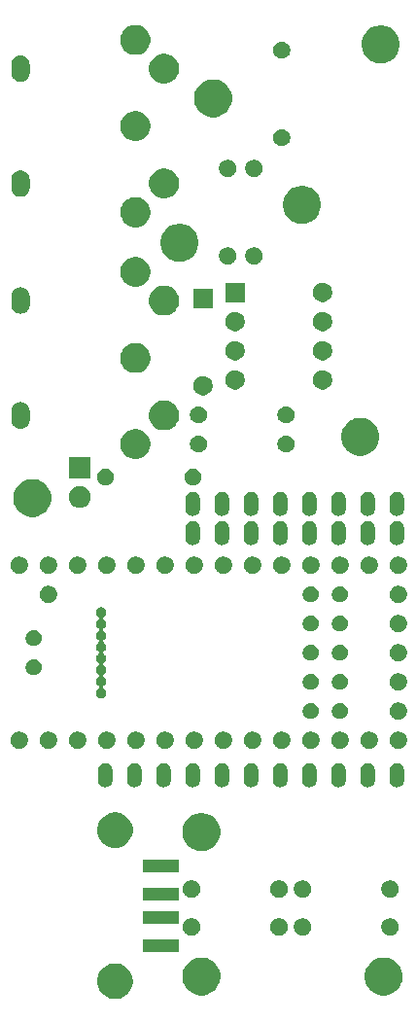
<source format=gbr>
G04 #@! TF.GenerationSoftware,KiCad,Pcbnew,5.1.5+dfsg1-2~bpo10+1*
G04 #@! TF.CreationDate,2020-04-18T13:19:32-07:00*
G04 #@! TF.ProjectId,rbdrums,72626472-756d-4732-9e6b-696361645f70,rev?*
G04 #@! TF.SameCoordinates,Original*
G04 #@! TF.FileFunction,Soldermask,Top*
G04 #@! TF.FilePolarity,Negative*
%FSLAX46Y46*%
G04 Gerber Fmt 4.6, Leading zero omitted, Abs format (unit mm)*
G04 Created by KiCad (PCBNEW 5.1.5+dfsg1-2~bpo10+1) date 2020-04-18 13:19:32*
%MOMM*%
%LPD*%
G04 APERTURE LIST*
%ADD10C,0.100000*%
G04 APERTURE END LIST*
D10*
G36*
X130942585Y-108370802D02*
G01*
X131092410Y-108400604D01*
X131374674Y-108517521D01*
X131628705Y-108687259D01*
X131844741Y-108903295D01*
X132014479Y-109157326D01*
X132078294Y-109311391D01*
X132131396Y-109439591D01*
X132170586Y-109636609D01*
X132191000Y-109739240D01*
X132191000Y-110044760D01*
X132131396Y-110344410D01*
X132014479Y-110626674D01*
X131844741Y-110880705D01*
X131628705Y-111096741D01*
X131374674Y-111266479D01*
X131092410Y-111383396D01*
X130942585Y-111413198D01*
X130792761Y-111443000D01*
X130487239Y-111443000D01*
X130337415Y-111413198D01*
X130187590Y-111383396D01*
X129905326Y-111266479D01*
X129651295Y-111096741D01*
X129435259Y-110880705D01*
X129265521Y-110626674D01*
X129148604Y-110344410D01*
X129089000Y-110044760D01*
X129089000Y-109739240D01*
X129109415Y-109636609D01*
X129148604Y-109439591D01*
X129201706Y-109311391D01*
X129265521Y-109157326D01*
X129435259Y-108903295D01*
X129651295Y-108687259D01*
X129905326Y-108517521D01*
X130187590Y-108400604D01*
X130337415Y-108370802D01*
X130487239Y-108341000D01*
X130792761Y-108341000D01*
X130942585Y-108370802D01*
G37*
G36*
X154426256Y-107865298D02*
G01*
X154532579Y-107886447D01*
X154833042Y-108010903D01*
X155103451Y-108191585D01*
X155333415Y-108421549D01*
X155510957Y-108687259D01*
X155514098Y-108691960D01*
X155638553Y-108992422D01*
X155702000Y-109311389D01*
X155702000Y-109636611D01*
X155659702Y-109849256D01*
X155638553Y-109955579D01*
X155514097Y-110256042D01*
X155333415Y-110526451D01*
X155103451Y-110756415D01*
X154833042Y-110937097D01*
X154532579Y-111061553D01*
X154426256Y-111082702D01*
X154213611Y-111125000D01*
X153888389Y-111125000D01*
X153675744Y-111082702D01*
X153569421Y-111061553D01*
X153268958Y-110937097D01*
X152998549Y-110756415D01*
X152768585Y-110526451D01*
X152587903Y-110256042D01*
X152463447Y-109955579D01*
X152442298Y-109849256D01*
X152400000Y-109636611D01*
X152400000Y-109311389D01*
X152463447Y-108992422D01*
X152587902Y-108691960D01*
X152591043Y-108687259D01*
X152768585Y-108421549D01*
X152998549Y-108191585D01*
X153268958Y-108010903D01*
X153569421Y-107886447D01*
X153675744Y-107865298D01*
X153888389Y-107823000D01*
X154213611Y-107823000D01*
X154426256Y-107865298D01*
G37*
G36*
X138551256Y-107865298D02*
G01*
X138657579Y-107886447D01*
X138958042Y-108010903D01*
X139228451Y-108191585D01*
X139458415Y-108421549D01*
X139635957Y-108687259D01*
X139639098Y-108691960D01*
X139763553Y-108992422D01*
X139827000Y-109311389D01*
X139827000Y-109636611D01*
X139784702Y-109849256D01*
X139763553Y-109955579D01*
X139639097Y-110256042D01*
X139458415Y-110526451D01*
X139228451Y-110756415D01*
X138958042Y-110937097D01*
X138657579Y-111061553D01*
X138551256Y-111082702D01*
X138338611Y-111125000D01*
X138013389Y-111125000D01*
X137800744Y-111082702D01*
X137694421Y-111061553D01*
X137393958Y-110937097D01*
X137123549Y-110756415D01*
X136893585Y-110526451D01*
X136712903Y-110256042D01*
X136588447Y-109955579D01*
X136567298Y-109849256D01*
X136525000Y-109636611D01*
X136525000Y-109311389D01*
X136588447Y-108992422D01*
X136712902Y-108691960D01*
X136716043Y-108687259D01*
X136893585Y-108421549D01*
X137123549Y-108191585D01*
X137393958Y-108010903D01*
X137694421Y-107886447D01*
X137800744Y-107865298D01*
X138013389Y-107823000D01*
X138338611Y-107823000D01*
X138551256Y-107865298D01*
G37*
G36*
X136201000Y-107373000D02*
G01*
X133099000Y-107373000D01*
X133099000Y-106271000D01*
X136201000Y-106271000D01*
X136201000Y-107373000D01*
G37*
G36*
X154828859Y-104433860D02*
G01*
X154965532Y-104490472D01*
X155088535Y-104572660D01*
X155193140Y-104677265D01*
X155275328Y-104800268D01*
X155331940Y-104936941D01*
X155360800Y-105082033D01*
X155360800Y-105229967D01*
X155331940Y-105375059D01*
X155275328Y-105511732D01*
X155193140Y-105634735D01*
X155088535Y-105739340D01*
X154965532Y-105821528D01*
X154965531Y-105821529D01*
X154965530Y-105821529D01*
X154828859Y-105878140D01*
X154683768Y-105907000D01*
X154535832Y-105907000D01*
X154390741Y-105878140D01*
X154254070Y-105821529D01*
X154254069Y-105821529D01*
X154254068Y-105821528D01*
X154131065Y-105739340D01*
X154026460Y-105634735D01*
X153944272Y-105511732D01*
X153887660Y-105375059D01*
X153858800Y-105229967D01*
X153858800Y-105082033D01*
X153887660Y-104936941D01*
X153944272Y-104800268D01*
X154026460Y-104677265D01*
X154131065Y-104572660D01*
X154254068Y-104490472D01*
X154390741Y-104433860D01*
X154535832Y-104405000D01*
X154683768Y-104405000D01*
X154828859Y-104433860D01*
G37*
G36*
X147208859Y-104433860D02*
G01*
X147345532Y-104490472D01*
X147468535Y-104572660D01*
X147573140Y-104677265D01*
X147655328Y-104800268D01*
X147711940Y-104936941D01*
X147740800Y-105082033D01*
X147740800Y-105229967D01*
X147711940Y-105375059D01*
X147655328Y-105511732D01*
X147573140Y-105634735D01*
X147468535Y-105739340D01*
X147345532Y-105821528D01*
X147345531Y-105821529D01*
X147345530Y-105821529D01*
X147208859Y-105878140D01*
X147063768Y-105907000D01*
X146915832Y-105907000D01*
X146770741Y-105878140D01*
X146634070Y-105821529D01*
X146634069Y-105821529D01*
X146634068Y-105821528D01*
X146511065Y-105739340D01*
X146406460Y-105634735D01*
X146324272Y-105511732D01*
X146267660Y-105375059D01*
X146238800Y-105229967D01*
X146238800Y-105082033D01*
X146267660Y-104936941D01*
X146324272Y-104800268D01*
X146406460Y-104677265D01*
X146511065Y-104572660D01*
X146634068Y-104490472D01*
X146770741Y-104433860D01*
X146915832Y-104405000D01*
X147063768Y-104405000D01*
X147208859Y-104433860D01*
G37*
G36*
X145151459Y-104433860D02*
G01*
X145288132Y-104490472D01*
X145411135Y-104572660D01*
X145515740Y-104677265D01*
X145597928Y-104800268D01*
X145654540Y-104936941D01*
X145683400Y-105082033D01*
X145683400Y-105229967D01*
X145654540Y-105375059D01*
X145597928Y-105511732D01*
X145515740Y-105634735D01*
X145411135Y-105739340D01*
X145288132Y-105821528D01*
X145288131Y-105821529D01*
X145288130Y-105821529D01*
X145151459Y-105878140D01*
X145006368Y-105907000D01*
X144858432Y-105907000D01*
X144713341Y-105878140D01*
X144576670Y-105821529D01*
X144576669Y-105821529D01*
X144576668Y-105821528D01*
X144453665Y-105739340D01*
X144349060Y-105634735D01*
X144266872Y-105511732D01*
X144210260Y-105375059D01*
X144181400Y-105229967D01*
X144181400Y-105082033D01*
X144210260Y-104936941D01*
X144266872Y-104800268D01*
X144349060Y-104677265D01*
X144453665Y-104572660D01*
X144576668Y-104490472D01*
X144713341Y-104433860D01*
X144858432Y-104405000D01*
X145006368Y-104405000D01*
X145151459Y-104433860D01*
G37*
G36*
X137531459Y-104433860D02*
G01*
X137668132Y-104490472D01*
X137791135Y-104572660D01*
X137895740Y-104677265D01*
X137977928Y-104800268D01*
X138034540Y-104936941D01*
X138063400Y-105082033D01*
X138063400Y-105229967D01*
X138034540Y-105375059D01*
X137977928Y-105511732D01*
X137895740Y-105634735D01*
X137791135Y-105739340D01*
X137668132Y-105821528D01*
X137668131Y-105821529D01*
X137668130Y-105821529D01*
X137531459Y-105878140D01*
X137386368Y-105907000D01*
X137238432Y-105907000D01*
X137093341Y-105878140D01*
X136956670Y-105821529D01*
X136956669Y-105821529D01*
X136956668Y-105821528D01*
X136833665Y-105739340D01*
X136729060Y-105634735D01*
X136646872Y-105511732D01*
X136590260Y-105375059D01*
X136561400Y-105229967D01*
X136561400Y-105082033D01*
X136590260Y-104936941D01*
X136646872Y-104800268D01*
X136729060Y-104677265D01*
X136833665Y-104572660D01*
X136956668Y-104490472D01*
X137093341Y-104433860D01*
X137238432Y-104405000D01*
X137386368Y-104405000D01*
X137531459Y-104433860D01*
G37*
G36*
X136201000Y-104873000D02*
G01*
X133099000Y-104873000D01*
X133099000Y-103771000D01*
X136201000Y-103771000D01*
X136201000Y-104873000D01*
G37*
G36*
X136201000Y-102873000D02*
G01*
X133099000Y-102873000D01*
X133099000Y-101771000D01*
X136201000Y-101771000D01*
X136201000Y-102873000D01*
G37*
G36*
X147208859Y-101131860D02*
G01*
X147345532Y-101188472D01*
X147468535Y-101270660D01*
X147573140Y-101375265D01*
X147655328Y-101498268D01*
X147711940Y-101634941D01*
X147740800Y-101780033D01*
X147740800Y-101927967D01*
X147711940Y-102073059D01*
X147655328Y-102209732D01*
X147573140Y-102332735D01*
X147468535Y-102437340D01*
X147345532Y-102519528D01*
X147345531Y-102519529D01*
X147345530Y-102519529D01*
X147208859Y-102576140D01*
X147063768Y-102605000D01*
X146915832Y-102605000D01*
X146770741Y-102576140D01*
X146634070Y-102519529D01*
X146634069Y-102519529D01*
X146634068Y-102519528D01*
X146511065Y-102437340D01*
X146406460Y-102332735D01*
X146324272Y-102209732D01*
X146267660Y-102073059D01*
X146238800Y-101927967D01*
X146238800Y-101780033D01*
X146267660Y-101634941D01*
X146324272Y-101498268D01*
X146406460Y-101375265D01*
X146511065Y-101270660D01*
X146634068Y-101188472D01*
X146770741Y-101131860D01*
X146915832Y-101103000D01*
X147063768Y-101103000D01*
X147208859Y-101131860D01*
G37*
G36*
X154828859Y-101131860D02*
G01*
X154965532Y-101188472D01*
X155088535Y-101270660D01*
X155193140Y-101375265D01*
X155275328Y-101498268D01*
X155331940Y-101634941D01*
X155360800Y-101780033D01*
X155360800Y-101927967D01*
X155331940Y-102073059D01*
X155275328Y-102209732D01*
X155193140Y-102332735D01*
X155088535Y-102437340D01*
X154965532Y-102519528D01*
X154965531Y-102519529D01*
X154965530Y-102519529D01*
X154828859Y-102576140D01*
X154683768Y-102605000D01*
X154535832Y-102605000D01*
X154390741Y-102576140D01*
X154254070Y-102519529D01*
X154254069Y-102519529D01*
X154254068Y-102519528D01*
X154131065Y-102437340D01*
X154026460Y-102332735D01*
X153944272Y-102209732D01*
X153887660Y-102073059D01*
X153858800Y-101927967D01*
X153858800Y-101780033D01*
X153887660Y-101634941D01*
X153944272Y-101498268D01*
X154026460Y-101375265D01*
X154131065Y-101270660D01*
X154254068Y-101188472D01*
X154390741Y-101131860D01*
X154535832Y-101103000D01*
X154683768Y-101103000D01*
X154828859Y-101131860D01*
G37*
G36*
X137531459Y-101131860D02*
G01*
X137668132Y-101188472D01*
X137791135Y-101270660D01*
X137895740Y-101375265D01*
X137977928Y-101498268D01*
X138034540Y-101634941D01*
X138063400Y-101780033D01*
X138063400Y-101927967D01*
X138034540Y-102073059D01*
X137977928Y-102209732D01*
X137895740Y-102332735D01*
X137791135Y-102437340D01*
X137668132Y-102519528D01*
X137668131Y-102519529D01*
X137668130Y-102519529D01*
X137531459Y-102576140D01*
X137386368Y-102605000D01*
X137238432Y-102605000D01*
X137093341Y-102576140D01*
X136956670Y-102519529D01*
X136956669Y-102519529D01*
X136956668Y-102519528D01*
X136833665Y-102437340D01*
X136729060Y-102332735D01*
X136646872Y-102209732D01*
X136590260Y-102073059D01*
X136561400Y-101927967D01*
X136561400Y-101780033D01*
X136590260Y-101634941D01*
X136646872Y-101498268D01*
X136729060Y-101375265D01*
X136833665Y-101270660D01*
X136956668Y-101188472D01*
X137093341Y-101131860D01*
X137238432Y-101103000D01*
X137386368Y-101103000D01*
X137531459Y-101131860D01*
G37*
G36*
X145151459Y-101131860D02*
G01*
X145288132Y-101188472D01*
X145411135Y-101270660D01*
X145515740Y-101375265D01*
X145597928Y-101498268D01*
X145654540Y-101634941D01*
X145683400Y-101780033D01*
X145683400Y-101927967D01*
X145654540Y-102073059D01*
X145597928Y-102209732D01*
X145515740Y-102332735D01*
X145411135Y-102437340D01*
X145288132Y-102519528D01*
X145288131Y-102519529D01*
X145288130Y-102519529D01*
X145151459Y-102576140D01*
X145006368Y-102605000D01*
X144858432Y-102605000D01*
X144713341Y-102576140D01*
X144576670Y-102519529D01*
X144576669Y-102519529D01*
X144576668Y-102519528D01*
X144453665Y-102437340D01*
X144349060Y-102332735D01*
X144266872Y-102209732D01*
X144210260Y-102073059D01*
X144181400Y-101927967D01*
X144181400Y-101780033D01*
X144210260Y-101634941D01*
X144266872Y-101498268D01*
X144349060Y-101375265D01*
X144453665Y-101270660D01*
X144576668Y-101188472D01*
X144713341Y-101131860D01*
X144858432Y-101103000D01*
X145006368Y-101103000D01*
X145151459Y-101131860D01*
G37*
G36*
X136201000Y-100373000D02*
G01*
X133099000Y-100373000D01*
X133099000Y-99271000D01*
X136201000Y-99271000D01*
X136201000Y-100373000D01*
G37*
G36*
X138551256Y-95292298D02*
G01*
X138657579Y-95313447D01*
X138958042Y-95437903D01*
X139228451Y-95618585D01*
X139458415Y-95848549D01*
X139639097Y-96118958D01*
X139763553Y-96419421D01*
X139827000Y-96738391D01*
X139827000Y-97063609D01*
X139763553Y-97382579D01*
X139639097Y-97683042D01*
X139458415Y-97953451D01*
X139228451Y-98183415D01*
X138958042Y-98364097D01*
X138657579Y-98488553D01*
X138551256Y-98509702D01*
X138338611Y-98552000D01*
X138013389Y-98552000D01*
X137800744Y-98509702D01*
X137694421Y-98488553D01*
X137393958Y-98364097D01*
X137123549Y-98183415D01*
X136893585Y-97953451D01*
X136712903Y-97683042D01*
X136588447Y-97382579D01*
X136525000Y-97063609D01*
X136525000Y-96738391D01*
X136588447Y-96419421D01*
X136712903Y-96118958D01*
X136893585Y-95848549D01*
X137123549Y-95618585D01*
X137393958Y-95437903D01*
X137694421Y-95313447D01*
X137800744Y-95292298D01*
X138013389Y-95250000D01*
X138338611Y-95250000D01*
X138551256Y-95292298D01*
G37*
G36*
X130942585Y-95230802D02*
G01*
X131092410Y-95260604D01*
X131374674Y-95377521D01*
X131628705Y-95547259D01*
X131844741Y-95763295D01*
X132014479Y-96017326D01*
X132131396Y-96299590D01*
X132191000Y-96599240D01*
X132191000Y-96904760D01*
X132131396Y-97204410D01*
X132014479Y-97486674D01*
X131844741Y-97740705D01*
X131628705Y-97956741D01*
X131374674Y-98126479D01*
X131092410Y-98243396D01*
X130942585Y-98273198D01*
X130792761Y-98303000D01*
X130487239Y-98303000D01*
X130337415Y-98273198D01*
X130187590Y-98243396D01*
X129905326Y-98126479D01*
X129651295Y-97956741D01*
X129435259Y-97740705D01*
X129265521Y-97486674D01*
X129148604Y-97204410D01*
X129089000Y-96904760D01*
X129089000Y-96599240D01*
X129148604Y-96299590D01*
X129265521Y-96017326D01*
X129435259Y-95763295D01*
X129651295Y-95547259D01*
X129905326Y-95377521D01*
X130187590Y-95260604D01*
X130337415Y-95230802D01*
X130487239Y-95201000D01*
X130792761Y-95201000D01*
X130942585Y-95230802D01*
G37*
G36*
X145161617Y-90906420D02*
G01*
X145252403Y-90933960D01*
X145284335Y-90943646D01*
X145397424Y-91004094D01*
X145496554Y-91085447D01*
X145577906Y-91184575D01*
X145638354Y-91297664D01*
X145648040Y-91329596D01*
X145675580Y-91420382D01*
X145685000Y-91516027D01*
X145685000Y-92379973D01*
X145675580Y-92475618D01*
X145648040Y-92566404D01*
X145638354Y-92598336D01*
X145577906Y-92711425D01*
X145496554Y-92810554D01*
X145397425Y-92891906D01*
X145284336Y-92952354D01*
X145252404Y-92962040D01*
X145161618Y-92989580D01*
X145034000Y-93002149D01*
X144906383Y-92989580D01*
X144815597Y-92962040D01*
X144783665Y-92952354D01*
X144670576Y-92891906D01*
X144571447Y-92810554D01*
X144490095Y-92711425D01*
X144429647Y-92598336D01*
X144425282Y-92583946D01*
X144392420Y-92475618D01*
X144383000Y-92379973D01*
X144383000Y-91516028D01*
X144392420Y-91420383D01*
X144429645Y-91297669D01*
X144429646Y-91297665D01*
X144490094Y-91184576D01*
X144571447Y-91085446D01*
X144670575Y-91004094D01*
X144783664Y-90943646D01*
X144815596Y-90933960D01*
X144906382Y-90906420D01*
X145034000Y-90893851D01*
X145161617Y-90906420D01*
G37*
G36*
X132461617Y-90906420D02*
G01*
X132552403Y-90933960D01*
X132584335Y-90943646D01*
X132697424Y-91004094D01*
X132796554Y-91085447D01*
X132877906Y-91184575D01*
X132938354Y-91297664D01*
X132948040Y-91329596D01*
X132975580Y-91420382D01*
X132985000Y-91516027D01*
X132985000Y-92379973D01*
X132975580Y-92475618D01*
X132948040Y-92566404D01*
X132938354Y-92598336D01*
X132877906Y-92711425D01*
X132796554Y-92810554D01*
X132697425Y-92891906D01*
X132584336Y-92952354D01*
X132552404Y-92962040D01*
X132461618Y-92989580D01*
X132334000Y-93002149D01*
X132206383Y-92989580D01*
X132115597Y-92962040D01*
X132083665Y-92952354D01*
X131970576Y-92891906D01*
X131871447Y-92810554D01*
X131790095Y-92711425D01*
X131729647Y-92598336D01*
X131725282Y-92583946D01*
X131692420Y-92475618D01*
X131683000Y-92379973D01*
X131683000Y-91516028D01*
X131692420Y-91420383D01*
X131729645Y-91297669D01*
X131729646Y-91297665D01*
X131790094Y-91184576D01*
X131871447Y-91085446D01*
X131970575Y-91004094D01*
X132083664Y-90943646D01*
X132115596Y-90933960D01*
X132206382Y-90906420D01*
X132334000Y-90893851D01*
X132461617Y-90906420D01*
G37*
G36*
X135001617Y-90906420D02*
G01*
X135092403Y-90933960D01*
X135124335Y-90943646D01*
X135237424Y-91004094D01*
X135336554Y-91085447D01*
X135417906Y-91184575D01*
X135478354Y-91297664D01*
X135488040Y-91329596D01*
X135515580Y-91420382D01*
X135525000Y-91516027D01*
X135525000Y-92379973D01*
X135515580Y-92475618D01*
X135488040Y-92566404D01*
X135478354Y-92598336D01*
X135417906Y-92711425D01*
X135336554Y-92810554D01*
X135237425Y-92891906D01*
X135124336Y-92952354D01*
X135092404Y-92962040D01*
X135001618Y-92989580D01*
X134874000Y-93002149D01*
X134746383Y-92989580D01*
X134655597Y-92962040D01*
X134623665Y-92952354D01*
X134510576Y-92891906D01*
X134411447Y-92810554D01*
X134330095Y-92711425D01*
X134269647Y-92598336D01*
X134265282Y-92583946D01*
X134232420Y-92475618D01*
X134223000Y-92379973D01*
X134223000Y-91516028D01*
X134232420Y-91420383D01*
X134269645Y-91297669D01*
X134269646Y-91297665D01*
X134330094Y-91184576D01*
X134411447Y-91085446D01*
X134510575Y-91004094D01*
X134623664Y-90943646D01*
X134655596Y-90933960D01*
X134746382Y-90906420D01*
X134874000Y-90893851D01*
X135001617Y-90906420D01*
G37*
G36*
X137541617Y-90906420D02*
G01*
X137632403Y-90933960D01*
X137664335Y-90943646D01*
X137777424Y-91004094D01*
X137876554Y-91085447D01*
X137957906Y-91184575D01*
X138018354Y-91297664D01*
X138028040Y-91329596D01*
X138055580Y-91420382D01*
X138065000Y-91516027D01*
X138065000Y-92379973D01*
X138055580Y-92475618D01*
X138028040Y-92566404D01*
X138018354Y-92598336D01*
X137957906Y-92711425D01*
X137876554Y-92810554D01*
X137777425Y-92891906D01*
X137664336Y-92952354D01*
X137632404Y-92962040D01*
X137541618Y-92989580D01*
X137414000Y-93002149D01*
X137286383Y-92989580D01*
X137195597Y-92962040D01*
X137163665Y-92952354D01*
X137050576Y-92891906D01*
X136951447Y-92810554D01*
X136870095Y-92711425D01*
X136809647Y-92598336D01*
X136805282Y-92583946D01*
X136772420Y-92475618D01*
X136763000Y-92379973D01*
X136763000Y-91516028D01*
X136772420Y-91420383D01*
X136809645Y-91297669D01*
X136809646Y-91297665D01*
X136870094Y-91184576D01*
X136951447Y-91085446D01*
X137050575Y-91004094D01*
X137163664Y-90943646D01*
X137195596Y-90933960D01*
X137286382Y-90906420D01*
X137414000Y-90893851D01*
X137541617Y-90906420D01*
G37*
G36*
X140081617Y-90906420D02*
G01*
X140172403Y-90933960D01*
X140204335Y-90943646D01*
X140317424Y-91004094D01*
X140416554Y-91085447D01*
X140497906Y-91184575D01*
X140558354Y-91297664D01*
X140568040Y-91329596D01*
X140595580Y-91420382D01*
X140605000Y-91516027D01*
X140605000Y-92379973D01*
X140595580Y-92475618D01*
X140568040Y-92566404D01*
X140558354Y-92598336D01*
X140497906Y-92711425D01*
X140416554Y-92810554D01*
X140317425Y-92891906D01*
X140204336Y-92952354D01*
X140172404Y-92962040D01*
X140081618Y-92989580D01*
X139954000Y-93002149D01*
X139826383Y-92989580D01*
X139735597Y-92962040D01*
X139703665Y-92952354D01*
X139590576Y-92891906D01*
X139491447Y-92810554D01*
X139410095Y-92711425D01*
X139349647Y-92598336D01*
X139345282Y-92583946D01*
X139312420Y-92475618D01*
X139303000Y-92379973D01*
X139303000Y-91516028D01*
X139312420Y-91420383D01*
X139349645Y-91297669D01*
X139349646Y-91297665D01*
X139410094Y-91184576D01*
X139491447Y-91085446D01*
X139590575Y-91004094D01*
X139703664Y-90943646D01*
X139735596Y-90933960D01*
X139826382Y-90906420D01*
X139954000Y-90893851D01*
X140081617Y-90906420D01*
G37*
G36*
X155321617Y-90906420D02*
G01*
X155412403Y-90933960D01*
X155444335Y-90943646D01*
X155557424Y-91004094D01*
X155656554Y-91085447D01*
X155737906Y-91184575D01*
X155798354Y-91297664D01*
X155808040Y-91329596D01*
X155835580Y-91420382D01*
X155845000Y-91516027D01*
X155845000Y-92379973D01*
X155835580Y-92475618D01*
X155808040Y-92566404D01*
X155798354Y-92598336D01*
X155737906Y-92711425D01*
X155656554Y-92810554D01*
X155557425Y-92891906D01*
X155444336Y-92952354D01*
X155412404Y-92962040D01*
X155321618Y-92989580D01*
X155194000Y-93002149D01*
X155066383Y-92989580D01*
X154975597Y-92962040D01*
X154943665Y-92952354D01*
X154830576Y-92891906D01*
X154731447Y-92810554D01*
X154650095Y-92711425D01*
X154589647Y-92598336D01*
X154585282Y-92583946D01*
X154552420Y-92475618D01*
X154543000Y-92379973D01*
X154543000Y-91516028D01*
X154552420Y-91420383D01*
X154589645Y-91297669D01*
X154589646Y-91297665D01*
X154650094Y-91184576D01*
X154731447Y-91085446D01*
X154830575Y-91004094D01*
X154943664Y-90943646D01*
X154975596Y-90933960D01*
X155066382Y-90906420D01*
X155194000Y-90893851D01*
X155321617Y-90906420D01*
G37*
G36*
X152781617Y-90906420D02*
G01*
X152872403Y-90933960D01*
X152904335Y-90943646D01*
X153017424Y-91004094D01*
X153116554Y-91085447D01*
X153197906Y-91184575D01*
X153258354Y-91297664D01*
X153268040Y-91329596D01*
X153295580Y-91420382D01*
X153305000Y-91516027D01*
X153305000Y-92379973D01*
X153295580Y-92475618D01*
X153268040Y-92566404D01*
X153258354Y-92598336D01*
X153197906Y-92711425D01*
X153116554Y-92810554D01*
X153017425Y-92891906D01*
X152904336Y-92952354D01*
X152872404Y-92962040D01*
X152781618Y-92989580D01*
X152654000Y-93002149D01*
X152526383Y-92989580D01*
X152435597Y-92962040D01*
X152403665Y-92952354D01*
X152290576Y-92891906D01*
X152191447Y-92810554D01*
X152110095Y-92711425D01*
X152049647Y-92598336D01*
X152045282Y-92583946D01*
X152012420Y-92475618D01*
X152003000Y-92379973D01*
X152003000Y-91516028D01*
X152012420Y-91420383D01*
X152049645Y-91297669D01*
X152049646Y-91297665D01*
X152110094Y-91184576D01*
X152191447Y-91085446D01*
X152290575Y-91004094D01*
X152403664Y-90943646D01*
X152435596Y-90933960D01*
X152526382Y-90906420D01*
X152654000Y-90893851D01*
X152781617Y-90906420D01*
G37*
G36*
X150241617Y-90906420D02*
G01*
X150332403Y-90933960D01*
X150364335Y-90943646D01*
X150477424Y-91004094D01*
X150576554Y-91085447D01*
X150657906Y-91184575D01*
X150718354Y-91297664D01*
X150728040Y-91329596D01*
X150755580Y-91420382D01*
X150765000Y-91516027D01*
X150765000Y-92379973D01*
X150755580Y-92475618D01*
X150728040Y-92566404D01*
X150718354Y-92598336D01*
X150657906Y-92711425D01*
X150576554Y-92810554D01*
X150477425Y-92891906D01*
X150364336Y-92952354D01*
X150332404Y-92962040D01*
X150241618Y-92989580D01*
X150114000Y-93002149D01*
X149986383Y-92989580D01*
X149895597Y-92962040D01*
X149863665Y-92952354D01*
X149750576Y-92891906D01*
X149651447Y-92810554D01*
X149570095Y-92711425D01*
X149509647Y-92598336D01*
X149505282Y-92583946D01*
X149472420Y-92475618D01*
X149463000Y-92379973D01*
X149463000Y-91516028D01*
X149472420Y-91420383D01*
X149509645Y-91297669D01*
X149509646Y-91297665D01*
X149570094Y-91184576D01*
X149651447Y-91085446D01*
X149750575Y-91004094D01*
X149863664Y-90943646D01*
X149895596Y-90933960D01*
X149986382Y-90906420D01*
X150114000Y-90893851D01*
X150241617Y-90906420D01*
G37*
G36*
X147701617Y-90906420D02*
G01*
X147792403Y-90933960D01*
X147824335Y-90943646D01*
X147937424Y-91004094D01*
X148036554Y-91085447D01*
X148117906Y-91184575D01*
X148178354Y-91297664D01*
X148188040Y-91329596D01*
X148215580Y-91420382D01*
X148225000Y-91516027D01*
X148225000Y-92379973D01*
X148215580Y-92475618D01*
X148188040Y-92566404D01*
X148178354Y-92598336D01*
X148117906Y-92711425D01*
X148036554Y-92810554D01*
X147937425Y-92891906D01*
X147824336Y-92952354D01*
X147792404Y-92962040D01*
X147701618Y-92989580D01*
X147574000Y-93002149D01*
X147446383Y-92989580D01*
X147355597Y-92962040D01*
X147323665Y-92952354D01*
X147210576Y-92891906D01*
X147111447Y-92810554D01*
X147030095Y-92711425D01*
X146969647Y-92598336D01*
X146965282Y-92583946D01*
X146932420Y-92475618D01*
X146923000Y-92379973D01*
X146923000Y-91516028D01*
X146932420Y-91420383D01*
X146969645Y-91297669D01*
X146969646Y-91297665D01*
X147030094Y-91184576D01*
X147111447Y-91085446D01*
X147210575Y-91004094D01*
X147323664Y-90943646D01*
X147355596Y-90933960D01*
X147446382Y-90906420D01*
X147574000Y-90893851D01*
X147701617Y-90906420D01*
G37*
G36*
X142621617Y-90906420D02*
G01*
X142712403Y-90933960D01*
X142744335Y-90943646D01*
X142857424Y-91004094D01*
X142956554Y-91085447D01*
X143037906Y-91184575D01*
X143098354Y-91297664D01*
X143108040Y-91329596D01*
X143135580Y-91420382D01*
X143145000Y-91516027D01*
X143145000Y-92379973D01*
X143135580Y-92475618D01*
X143108040Y-92566404D01*
X143098354Y-92598336D01*
X143037906Y-92711425D01*
X142956554Y-92810554D01*
X142857425Y-92891906D01*
X142744336Y-92952354D01*
X142712404Y-92962040D01*
X142621618Y-92989580D01*
X142494000Y-93002149D01*
X142366383Y-92989580D01*
X142275597Y-92962040D01*
X142243665Y-92952354D01*
X142130576Y-92891906D01*
X142031447Y-92810554D01*
X141950095Y-92711425D01*
X141889647Y-92598336D01*
X141885282Y-92583946D01*
X141852420Y-92475618D01*
X141843000Y-92379973D01*
X141843000Y-91516028D01*
X141852420Y-91420383D01*
X141889645Y-91297669D01*
X141889646Y-91297665D01*
X141950094Y-91184576D01*
X142031447Y-91085446D01*
X142130575Y-91004094D01*
X142243664Y-90943646D01*
X142275596Y-90933960D01*
X142366382Y-90906420D01*
X142494000Y-90893851D01*
X142621617Y-90906420D01*
G37*
G36*
X129921617Y-90906420D02*
G01*
X130012403Y-90933960D01*
X130044335Y-90943646D01*
X130157424Y-91004094D01*
X130256554Y-91085447D01*
X130337906Y-91184575D01*
X130398354Y-91297664D01*
X130408040Y-91329596D01*
X130435580Y-91420382D01*
X130445000Y-91516027D01*
X130445000Y-92379973D01*
X130435580Y-92475618D01*
X130408040Y-92566404D01*
X130398354Y-92598336D01*
X130337906Y-92711425D01*
X130256554Y-92810554D01*
X130157425Y-92891906D01*
X130044336Y-92952354D01*
X130012404Y-92962040D01*
X129921618Y-92989580D01*
X129794000Y-93002149D01*
X129666383Y-92989580D01*
X129575597Y-92962040D01*
X129543665Y-92952354D01*
X129430576Y-92891906D01*
X129331447Y-92810554D01*
X129250095Y-92711425D01*
X129189647Y-92598336D01*
X129185282Y-92583946D01*
X129152420Y-92475618D01*
X129143000Y-92379973D01*
X129143000Y-91516028D01*
X129152420Y-91420383D01*
X129189645Y-91297669D01*
X129189646Y-91297665D01*
X129250094Y-91184576D01*
X129331447Y-91085446D01*
X129430575Y-91004094D01*
X129543664Y-90943646D01*
X129575596Y-90933960D01*
X129666382Y-90906420D01*
X129794000Y-90893851D01*
X129921617Y-90906420D01*
G37*
G36*
X122520639Y-88175937D02*
G01*
X122520641Y-88175938D01*
X122520642Y-88175938D01*
X122657679Y-88232700D01*
X122657682Y-88232702D01*
X122781007Y-88315105D01*
X122885895Y-88419993D01*
X122968298Y-88543318D01*
X122968300Y-88543321D01*
X123025062Y-88680358D01*
X123054000Y-88825836D01*
X123054000Y-88974164D01*
X123025062Y-89119642D01*
X122968300Y-89256679D01*
X122968298Y-89256682D01*
X122885895Y-89380007D01*
X122781007Y-89484895D01*
X122657682Y-89567298D01*
X122657679Y-89567300D01*
X122520642Y-89624062D01*
X122520641Y-89624062D01*
X122520639Y-89624063D01*
X122375165Y-89653000D01*
X122226835Y-89653000D01*
X122081361Y-89624063D01*
X122081359Y-89624062D01*
X122081358Y-89624062D01*
X121944321Y-89567300D01*
X121944318Y-89567298D01*
X121820993Y-89484895D01*
X121716105Y-89380007D01*
X121633702Y-89256682D01*
X121633700Y-89256679D01*
X121576938Y-89119642D01*
X121548000Y-88974164D01*
X121548000Y-88825836D01*
X121576938Y-88680358D01*
X121633700Y-88543321D01*
X121633702Y-88543318D01*
X121716105Y-88419993D01*
X121820993Y-88315105D01*
X121944318Y-88232702D01*
X121944321Y-88232700D01*
X122081358Y-88175938D01*
X122081359Y-88175938D01*
X122081361Y-88175937D01*
X122226835Y-88147000D01*
X122375165Y-88147000D01*
X122520639Y-88175937D01*
G37*
G36*
X125060639Y-88175937D02*
G01*
X125060641Y-88175938D01*
X125060642Y-88175938D01*
X125197679Y-88232700D01*
X125197682Y-88232702D01*
X125321007Y-88315105D01*
X125425895Y-88419993D01*
X125508298Y-88543318D01*
X125508300Y-88543321D01*
X125565062Y-88680358D01*
X125594000Y-88825836D01*
X125594000Y-88974164D01*
X125565062Y-89119642D01*
X125508300Y-89256679D01*
X125508298Y-89256682D01*
X125425895Y-89380007D01*
X125321007Y-89484895D01*
X125197682Y-89567298D01*
X125197679Y-89567300D01*
X125060642Y-89624062D01*
X125060641Y-89624062D01*
X125060639Y-89624063D01*
X124915165Y-89653000D01*
X124766835Y-89653000D01*
X124621361Y-89624063D01*
X124621359Y-89624062D01*
X124621358Y-89624062D01*
X124484321Y-89567300D01*
X124484318Y-89567298D01*
X124360993Y-89484895D01*
X124256105Y-89380007D01*
X124173702Y-89256682D01*
X124173700Y-89256679D01*
X124116938Y-89119642D01*
X124088000Y-88974164D01*
X124088000Y-88825836D01*
X124116938Y-88680358D01*
X124173700Y-88543321D01*
X124173702Y-88543318D01*
X124256105Y-88419993D01*
X124360993Y-88315105D01*
X124484318Y-88232702D01*
X124484321Y-88232700D01*
X124621358Y-88175938D01*
X124621359Y-88175938D01*
X124621361Y-88175937D01*
X124766835Y-88147000D01*
X124915165Y-88147000D01*
X125060639Y-88175937D01*
G37*
G36*
X127600639Y-88175937D02*
G01*
X127600641Y-88175938D01*
X127600642Y-88175938D01*
X127737679Y-88232700D01*
X127737682Y-88232702D01*
X127861007Y-88315105D01*
X127965895Y-88419993D01*
X128048298Y-88543318D01*
X128048300Y-88543321D01*
X128105062Y-88680358D01*
X128134000Y-88825836D01*
X128134000Y-88974164D01*
X128105062Y-89119642D01*
X128048300Y-89256679D01*
X128048298Y-89256682D01*
X127965895Y-89380007D01*
X127861007Y-89484895D01*
X127737682Y-89567298D01*
X127737679Y-89567300D01*
X127600642Y-89624062D01*
X127600641Y-89624062D01*
X127600639Y-89624063D01*
X127455165Y-89653000D01*
X127306835Y-89653000D01*
X127161361Y-89624063D01*
X127161359Y-89624062D01*
X127161358Y-89624062D01*
X127024321Y-89567300D01*
X127024318Y-89567298D01*
X126900993Y-89484895D01*
X126796105Y-89380007D01*
X126713702Y-89256682D01*
X126713700Y-89256679D01*
X126656938Y-89119642D01*
X126628000Y-88974164D01*
X126628000Y-88825836D01*
X126656938Y-88680358D01*
X126713700Y-88543321D01*
X126713702Y-88543318D01*
X126796105Y-88419993D01*
X126900993Y-88315105D01*
X127024318Y-88232702D01*
X127024321Y-88232700D01*
X127161358Y-88175938D01*
X127161359Y-88175938D01*
X127161361Y-88175937D01*
X127306835Y-88147000D01*
X127455165Y-88147000D01*
X127600639Y-88175937D01*
G37*
G36*
X130140639Y-88175937D02*
G01*
X130140641Y-88175938D01*
X130140642Y-88175938D01*
X130277679Y-88232700D01*
X130277682Y-88232702D01*
X130401007Y-88315105D01*
X130505895Y-88419993D01*
X130588298Y-88543318D01*
X130588300Y-88543321D01*
X130645062Y-88680358D01*
X130674000Y-88825836D01*
X130674000Y-88974164D01*
X130645062Y-89119642D01*
X130588300Y-89256679D01*
X130588298Y-89256682D01*
X130505895Y-89380007D01*
X130401007Y-89484895D01*
X130277682Y-89567298D01*
X130277679Y-89567300D01*
X130140642Y-89624062D01*
X130140641Y-89624062D01*
X130140639Y-89624063D01*
X129995165Y-89653000D01*
X129846835Y-89653000D01*
X129701361Y-89624063D01*
X129701359Y-89624062D01*
X129701358Y-89624062D01*
X129564321Y-89567300D01*
X129564318Y-89567298D01*
X129440993Y-89484895D01*
X129336105Y-89380007D01*
X129253702Y-89256682D01*
X129253700Y-89256679D01*
X129196938Y-89119642D01*
X129168000Y-88974164D01*
X129168000Y-88825836D01*
X129196938Y-88680358D01*
X129253700Y-88543321D01*
X129253702Y-88543318D01*
X129336105Y-88419993D01*
X129440993Y-88315105D01*
X129564318Y-88232702D01*
X129564321Y-88232700D01*
X129701358Y-88175938D01*
X129701359Y-88175938D01*
X129701361Y-88175937D01*
X129846835Y-88147000D01*
X129995165Y-88147000D01*
X130140639Y-88175937D01*
G37*
G36*
X132680639Y-88175937D02*
G01*
X132680641Y-88175938D01*
X132680642Y-88175938D01*
X132817679Y-88232700D01*
X132817682Y-88232702D01*
X132941007Y-88315105D01*
X133045895Y-88419993D01*
X133128298Y-88543318D01*
X133128300Y-88543321D01*
X133185062Y-88680358D01*
X133214000Y-88825836D01*
X133214000Y-88974164D01*
X133185062Y-89119642D01*
X133128300Y-89256679D01*
X133128298Y-89256682D01*
X133045895Y-89380007D01*
X132941007Y-89484895D01*
X132817682Y-89567298D01*
X132817679Y-89567300D01*
X132680642Y-89624062D01*
X132680641Y-89624062D01*
X132680639Y-89624063D01*
X132535165Y-89653000D01*
X132386835Y-89653000D01*
X132241361Y-89624063D01*
X132241359Y-89624062D01*
X132241358Y-89624062D01*
X132104321Y-89567300D01*
X132104318Y-89567298D01*
X131980993Y-89484895D01*
X131876105Y-89380007D01*
X131793702Y-89256682D01*
X131793700Y-89256679D01*
X131736938Y-89119642D01*
X131708000Y-88974164D01*
X131708000Y-88825836D01*
X131736938Y-88680358D01*
X131793700Y-88543321D01*
X131793702Y-88543318D01*
X131876105Y-88419993D01*
X131980993Y-88315105D01*
X132104318Y-88232702D01*
X132104321Y-88232700D01*
X132241358Y-88175938D01*
X132241359Y-88175938D01*
X132241361Y-88175937D01*
X132386835Y-88147000D01*
X132535165Y-88147000D01*
X132680639Y-88175937D01*
G37*
G36*
X135220639Y-88175937D02*
G01*
X135220641Y-88175938D01*
X135220642Y-88175938D01*
X135357679Y-88232700D01*
X135357682Y-88232702D01*
X135481007Y-88315105D01*
X135585895Y-88419993D01*
X135668298Y-88543318D01*
X135668300Y-88543321D01*
X135725062Y-88680358D01*
X135754000Y-88825836D01*
X135754000Y-88974164D01*
X135725062Y-89119642D01*
X135668300Y-89256679D01*
X135668298Y-89256682D01*
X135585895Y-89380007D01*
X135481007Y-89484895D01*
X135357682Y-89567298D01*
X135357679Y-89567300D01*
X135220642Y-89624062D01*
X135220641Y-89624062D01*
X135220639Y-89624063D01*
X135075165Y-89653000D01*
X134926835Y-89653000D01*
X134781361Y-89624063D01*
X134781359Y-89624062D01*
X134781358Y-89624062D01*
X134644321Y-89567300D01*
X134644318Y-89567298D01*
X134520993Y-89484895D01*
X134416105Y-89380007D01*
X134333702Y-89256682D01*
X134333700Y-89256679D01*
X134276938Y-89119642D01*
X134248000Y-88974164D01*
X134248000Y-88825836D01*
X134276938Y-88680358D01*
X134333700Y-88543321D01*
X134333702Y-88543318D01*
X134416105Y-88419993D01*
X134520993Y-88315105D01*
X134644318Y-88232702D01*
X134644321Y-88232700D01*
X134781358Y-88175938D01*
X134781359Y-88175938D01*
X134781361Y-88175937D01*
X134926835Y-88147000D01*
X135075165Y-88147000D01*
X135220639Y-88175937D01*
G37*
G36*
X137760639Y-88175937D02*
G01*
X137760641Y-88175938D01*
X137760642Y-88175938D01*
X137897679Y-88232700D01*
X137897682Y-88232702D01*
X138021007Y-88315105D01*
X138125895Y-88419993D01*
X138208298Y-88543318D01*
X138208300Y-88543321D01*
X138265062Y-88680358D01*
X138294000Y-88825836D01*
X138294000Y-88974164D01*
X138265062Y-89119642D01*
X138208300Y-89256679D01*
X138208298Y-89256682D01*
X138125895Y-89380007D01*
X138021007Y-89484895D01*
X137897682Y-89567298D01*
X137897679Y-89567300D01*
X137760642Y-89624062D01*
X137760641Y-89624062D01*
X137760639Y-89624063D01*
X137615165Y-89653000D01*
X137466835Y-89653000D01*
X137321361Y-89624063D01*
X137321359Y-89624062D01*
X137321358Y-89624062D01*
X137184321Y-89567300D01*
X137184318Y-89567298D01*
X137060993Y-89484895D01*
X136956105Y-89380007D01*
X136873702Y-89256682D01*
X136873700Y-89256679D01*
X136816938Y-89119642D01*
X136788000Y-88974164D01*
X136788000Y-88825836D01*
X136816938Y-88680358D01*
X136873700Y-88543321D01*
X136873702Y-88543318D01*
X136956105Y-88419993D01*
X137060993Y-88315105D01*
X137184318Y-88232702D01*
X137184321Y-88232700D01*
X137321358Y-88175938D01*
X137321359Y-88175938D01*
X137321361Y-88175937D01*
X137466835Y-88147000D01*
X137615165Y-88147000D01*
X137760639Y-88175937D01*
G37*
G36*
X142840639Y-88175937D02*
G01*
X142840641Y-88175938D01*
X142840642Y-88175938D01*
X142977679Y-88232700D01*
X142977682Y-88232702D01*
X143101007Y-88315105D01*
X143205895Y-88419993D01*
X143288298Y-88543318D01*
X143288300Y-88543321D01*
X143345062Y-88680358D01*
X143374000Y-88825836D01*
X143374000Y-88974164D01*
X143345062Y-89119642D01*
X143288300Y-89256679D01*
X143288298Y-89256682D01*
X143205895Y-89380007D01*
X143101007Y-89484895D01*
X142977682Y-89567298D01*
X142977679Y-89567300D01*
X142840642Y-89624062D01*
X142840641Y-89624062D01*
X142840639Y-89624063D01*
X142695165Y-89653000D01*
X142546835Y-89653000D01*
X142401361Y-89624063D01*
X142401359Y-89624062D01*
X142401358Y-89624062D01*
X142264321Y-89567300D01*
X142264318Y-89567298D01*
X142140993Y-89484895D01*
X142036105Y-89380007D01*
X141953702Y-89256682D01*
X141953700Y-89256679D01*
X141896938Y-89119642D01*
X141868000Y-88974164D01*
X141868000Y-88825836D01*
X141896938Y-88680358D01*
X141953700Y-88543321D01*
X141953702Y-88543318D01*
X142036105Y-88419993D01*
X142140993Y-88315105D01*
X142264318Y-88232702D01*
X142264321Y-88232700D01*
X142401358Y-88175938D01*
X142401359Y-88175938D01*
X142401361Y-88175937D01*
X142546835Y-88147000D01*
X142695165Y-88147000D01*
X142840639Y-88175937D01*
G37*
G36*
X140300639Y-88175937D02*
G01*
X140300641Y-88175938D01*
X140300642Y-88175938D01*
X140437679Y-88232700D01*
X140437682Y-88232702D01*
X140561007Y-88315105D01*
X140665895Y-88419993D01*
X140748298Y-88543318D01*
X140748300Y-88543321D01*
X140805062Y-88680358D01*
X140834000Y-88825836D01*
X140834000Y-88974164D01*
X140805062Y-89119642D01*
X140748300Y-89256679D01*
X140748298Y-89256682D01*
X140665895Y-89380007D01*
X140561007Y-89484895D01*
X140437682Y-89567298D01*
X140437679Y-89567300D01*
X140300642Y-89624062D01*
X140300641Y-89624062D01*
X140300639Y-89624063D01*
X140155165Y-89653000D01*
X140006835Y-89653000D01*
X139861361Y-89624063D01*
X139861359Y-89624062D01*
X139861358Y-89624062D01*
X139724321Y-89567300D01*
X139724318Y-89567298D01*
X139600993Y-89484895D01*
X139496105Y-89380007D01*
X139413702Y-89256682D01*
X139413700Y-89256679D01*
X139356938Y-89119642D01*
X139328000Y-88974164D01*
X139328000Y-88825836D01*
X139356938Y-88680358D01*
X139413700Y-88543321D01*
X139413702Y-88543318D01*
X139496105Y-88419993D01*
X139600993Y-88315105D01*
X139724318Y-88232702D01*
X139724321Y-88232700D01*
X139861358Y-88175938D01*
X139861359Y-88175938D01*
X139861361Y-88175937D01*
X140006835Y-88147000D01*
X140155165Y-88147000D01*
X140300639Y-88175937D01*
G37*
G36*
X150460639Y-88175937D02*
G01*
X150460641Y-88175938D01*
X150460642Y-88175938D01*
X150597679Y-88232700D01*
X150597682Y-88232702D01*
X150721007Y-88315105D01*
X150825895Y-88419993D01*
X150908298Y-88543318D01*
X150908300Y-88543321D01*
X150965062Y-88680358D01*
X150994000Y-88825836D01*
X150994000Y-88974164D01*
X150965062Y-89119642D01*
X150908300Y-89256679D01*
X150908298Y-89256682D01*
X150825895Y-89380007D01*
X150721007Y-89484895D01*
X150597682Y-89567298D01*
X150597679Y-89567300D01*
X150460642Y-89624062D01*
X150460641Y-89624062D01*
X150460639Y-89624063D01*
X150315165Y-89653000D01*
X150166835Y-89653000D01*
X150021361Y-89624063D01*
X150021359Y-89624062D01*
X150021358Y-89624062D01*
X149884321Y-89567300D01*
X149884318Y-89567298D01*
X149760993Y-89484895D01*
X149656105Y-89380007D01*
X149573702Y-89256682D01*
X149573700Y-89256679D01*
X149516938Y-89119642D01*
X149488000Y-88974164D01*
X149488000Y-88825836D01*
X149516938Y-88680358D01*
X149573700Y-88543321D01*
X149573702Y-88543318D01*
X149656105Y-88419993D01*
X149760993Y-88315105D01*
X149884318Y-88232702D01*
X149884321Y-88232700D01*
X150021358Y-88175938D01*
X150021359Y-88175938D01*
X150021361Y-88175937D01*
X150166835Y-88147000D01*
X150315165Y-88147000D01*
X150460639Y-88175937D01*
G37*
G36*
X155540639Y-88175937D02*
G01*
X155540641Y-88175938D01*
X155540642Y-88175938D01*
X155677679Y-88232700D01*
X155677682Y-88232702D01*
X155801007Y-88315105D01*
X155905895Y-88419993D01*
X155988298Y-88543318D01*
X155988300Y-88543321D01*
X156045062Y-88680358D01*
X156074000Y-88825836D01*
X156074000Y-88974164D01*
X156045062Y-89119642D01*
X155988300Y-89256679D01*
X155988298Y-89256682D01*
X155905895Y-89380007D01*
X155801007Y-89484895D01*
X155677682Y-89567298D01*
X155677679Y-89567300D01*
X155540642Y-89624062D01*
X155540641Y-89624062D01*
X155540639Y-89624063D01*
X155395165Y-89653000D01*
X155246835Y-89653000D01*
X155101361Y-89624063D01*
X155101359Y-89624062D01*
X155101358Y-89624062D01*
X154964321Y-89567300D01*
X154964318Y-89567298D01*
X154840993Y-89484895D01*
X154736105Y-89380007D01*
X154653702Y-89256682D01*
X154653700Y-89256679D01*
X154596938Y-89119642D01*
X154568000Y-88974164D01*
X154568000Y-88825836D01*
X154596938Y-88680358D01*
X154653700Y-88543321D01*
X154653702Y-88543318D01*
X154736105Y-88419993D01*
X154840993Y-88315105D01*
X154964318Y-88232702D01*
X154964321Y-88232700D01*
X155101358Y-88175938D01*
X155101359Y-88175938D01*
X155101361Y-88175937D01*
X155246835Y-88147000D01*
X155395165Y-88147000D01*
X155540639Y-88175937D01*
G37*
G36*
X153000639Y-88175937D02*
G01*
X153000641Y-88175938D01*
X153000642Y-88175938D01*
X153137679Y-88232700D01*
X153137682Y-88232702D01*
X153261007Y-88315105D01*
X153365895Y-88419993D01*
X153448298Y-88543318D01*
X153448300Y-88543321D01*
X153505062Y-88680358D01*
X153534000Y-88825836D01*
X153534000Y-88974164D01*
X153505062Y-89119642D01*
X153448300Y-89256679D01*
X153448298Y-89256682D01*
X153365895Y-89380007D01*
X153261007Y-89484895D01*
X153137682Y-89567298D01*
X153137679Y-89567300D01*
X153000642Y-89624062D01*
X153000641Y-89624062D01*
X153000639Y-89624063D01*
X152855165Y-89653000D01*
X152706835Y-89653000D01*
X152561361Y-89624063D01*
X152561359Y-89624062D01*
X152561358Y-89624062D01*
X152424321Y-89567300D01*
X152424318Y-89567298D01*
X152300993Y-89484895D01*
X152196105Y-89380007D01*
X152113702Y-89256682D01*
X152113700Y-89256679D01*
X152056938Y-89119642D01*
X152028000Y-88974164D01*
X152028000Y-88825836D01*
X152056938Y-88680358D01*
X152113700Y-88543321D01*
X152113702Y-88543318D01*
X152196105Y-88419993D01*
X152300993Y-88315105D01*
X152424318Y-88232702D01*
X152424321Y-88232700D01*
X152561358Y-88175938D01*
X152561359Y-88175938D01*
X152561361Y-88175937D01*
X152706835Y-88147000D01*
X152855165Y-88147000D01*
X153000639Y-88175937D01*
G37*
G36*
X147920639Y-88175937D02*
G01*
X147920641Y-88175938D01*
X147920642Y-88175938D01*
X148057679Y-88232700D01*
X148057682Y-88232702D01*
X148181007Y-88315105D01*
X148285895Y-88419993D01*
X148368298Y-88543318D01*
X148368300Y-88543321D01*
X148425062Y-88680358D01*
X148454000Y-88825836D01*
X148454000Y-88974164D01*
X148425062Y-89119642D01*
X148368300Y-89256679D01*
X148368298Y-89256682D01*
X148285895Y-89380007D01*
X148181007Y-89484895D01*
X148057682Y-89567298D01*
X148057679Y-89567300D01*
X147920642Y-89624062D01*
X147920641Y-89624062D01*
X147920639Y-89624063D01*
X147775165Y-89653000D01*
X147626835Y-89653000D01*
X147481361Y-89624063D01*
X147481359Y-89624062D01*
X147481358Y-89624062D01*
X147344321Y-89567300D01*
X147344318Y-89567298D01*
X147220993Y-89484895D01*
X147116105Y-89380007D01*
X147033702Y-89256682D01*
X147033700Y-89256679D01*
X146976938Y-89119642D01*
X146948000Y-88974164D01*
X146948000Y-88825836D01*
X146976938Y-88680358D01*
X147033700Y-88543321D01*
X147033702Y-88543318D01*
X147116105Y-88419993D01*
X147220993Y-88315105D01*
X147344318Y-88232702D01*
X147344321Y-88232700D01*
X147481358Y-88175938D01*
X147481359Y-88175938D01*
X147481361Y-88175937D01*
X147626835Y-88147000D01*
X147775165Y-88147000D01*
X147920639Y-88175937D01*
G37*
G36*
X145380639Y-88175937D02*
G01*
X145380641Y-88175938D01*
X145380642Y-88175938D01*
X145517679Y-88232700D01*
X145517682Y-88232702D01*
X145641007Y-88315105D01*
X145745895Y-88419993D01*
X145828298Y-88543318D01*
X145828300Y-88543321D01*
X145885062Y-88680358D01*
X145914000Y-88825836D01*
X145914000Y-88974164D01*
X145885062Y-89119642D01*
X145828300Y-89256679D01*
X145828298Y-89256682D01*
X145745895Y-89380007D01*
X145641007Y-89484895D01*
X145517682Y-89567298D01*
X145517679Y-89567300D01*
X145380642Y-89624062D01*
X145380641Y-89624062D01*
X145380639Y-89624063D01*
X145235165Y-89653000D01*
X145086835Y-89653000D01*
X144941361Y-89624063D01*
X144941359Y-89624062D01*
X144941358Y-89624062D01*
X144804321Y-89567300D01*
X144804318Y-89567298D01*
X144680993Y-89484895D01*
X144576105Y-89380007D01*
X144493702Y-89256682D01*
X144493700Y-89256679D01*
X144436938Y-89119642D01*
X144408000Y-88974164D01*
X144408000Y-88825836D01*
X144436938Y-88680358D01*
X144493700Y-88543321D01*
X144493702Y-88543318D01*
X144576105Y-88419993D01*
X144680993Y-88315105D01*
X144804318Y-88232702D01*
X144804321Y-88232700D01*
X144941358Y-88175938D01*
X144941359Y-88175938D01*
X144941361Y-88175937D01*
X145086835Y-88147000D01*
X145235165Y-88147000D01*
X145380639Y-88175937D01*
G37*
G36*
X155540639Y-85635937D02*
G01*
X155540641Y-85635938D01*
X155540642Y-85635938D01*
X155677679Y-85692700D01*
X155677682Y-85692702D01*
X155801007Y-85775105D01*
X155905895Y-85879993D01*
X155927191Y-85911865D01*
X155988300Y-86003321D01*
X156045062Y-86140358D01*
X156045063Y-86140361D01*
X156074000Y-86285835D01*
X156074000Y-86434165D01*
X156047964Y-86565057D01*
X156045062Y-86579642D01*
X155988300Y-86716679D01*
X155988298Y-86716682D01*
X155905895Y-86840007D01*
X155801007Y-86944895D01*
X155743992Y-86982991D01*
X155677679Y-87027300D01*
X155540642Y-87084062D01*
X155540641Y-87084062D01*
X155540639Y-87084063D01*
X155395165Y-87113000D01*
X155246835Y-87113000D01*
X155101361Y-87084063D01*
X155101359Y-87084062D01*
X155101358Y-87084062D01*
X154964321Y-87027300D01*
X154898008Y-86982991D01*
X154840993Y-86944895D01*
X154736105Y-86840007D01*
X154653702Y-86716682D01*
X154653700Y-86716679D01*
X154596938Y-86579642D01*
X154594037Y-86565057D01*
X154568000Y-86434165D01*
X154568000Y-86285835D01*
X154596937Y-86140361D01*
X154596938Y-86140358D01*
X154653700Y-86003321D01*
X154714809Y-85911865D01*
X154736105Y-85879993D01*
X154840993Y-85775105D01*
X154964318Y-85692702D01*
X154964321Y-85692700D01*
X155101358Y-85635938D01*
X155101359Y-85635938D01*
X155101361Y-85635937D01*
X155246835Y-85607000D01*
X155395165Y-85607000D01*
X155540639Y-85635937D01*
G37*
G36*
X150446058Y-85684015D02*
G01*
X150573996Y-85737009D01*
X150689137Y-85813944D01*
X150787056Y-85911863D01*
X150863991Y-86027004D01*
X150916985Y-86154942D01*
X150944000Y-86290760D01*
X150944000Y-86429240D01*
X150916985Y-86565058D01*
X150863991Y-86692996D01*
X150787056Y-86808137D01*
X150689137Y-86906056D01*
X150573996Y-86982991D01*
X150446058Y-87035985D01*
X150310240Y-87063000D01*
X150171760Y-87063000D01*
X150035942Y-87035985D01*
X149908004Y-86982991D01*
X149792863Y-86906056D01*
X149694944Y-86808137D01*
X149618009Y-86692996D01*
X149565015Y-86565058D01*
X149538000Y-86429240D01*
X149538000Y-86290760D01*
X149565015Y-86154942D01*
X149618009Y-86027004D01*
X149694944Y-85911863D01*
X149792863Y-85813944D01*
X149908004Y-85737009D01*
X150035942Y-85684015D01*
X150171760Y-85657000D01*
X150310240Y-85657000D01*
X150446058Y-85684015D01*
G37*
G36*
X147906058Y-85684015D02*
G01*
X148033996Y-85737009D01*
X148149137Y-85813944D01*
X148247056Y-85911863D01*
X148323991Y-86027004D01*
X148376985Y-86154942D01*
X148404000Y-86290760D01*
X148404000Y-86429240D01*
X148376985Y-86565058D01*
X148323991Y-86692996D01*
X148247056Y-86808137D01*
X148149137Y-86906056D01*
X148033996Y-86982991D01*
X147906058Y-87035985D01*
X147770240Y-87063000D01*
X147631760Y-87063000D01*
X147495942Y-87035985D01*
X147368004Y-86982991D01*
X147252863Y-86906056D01*
X147154944Y-86808137D01*
X147078009Y-86692996D01*
X147025015Y-86565058D01*
X146998000Y-86429240D01*
X146998000Y-86290760D01*
X147025015Y-86154942D01*
X147078009Y-86027004D01*
X147154944Y-85911863D01*
X147252863Y-85813944D01*
X147368004Y-85737009D01*
X147495942Y-85684015D01*
X147631760Y-85657000D01*
X147770240Y-85657000D01*
X147906058Y-85684015D01*
G37*
G36*
X129527776Y-77335704D02*
G01*
X129571535Y-77344408D01*
X129653976Y-77378556D01*
X129728171Y-77428132D01*
X129791268Y-77491229D01*
X129840844Y-77565424D01*
X129874992Y-77647865D01*
X129892400Y-77735383D01*
X129892400Y-77824617D01*
X129874992Y-77912135D01*
X129840844Y-77994576D01*
X129791268Y-78068771D01*
X129728171Y-78131868D01*
X129662017Y-78176071D01*
X129643080Y-78191612D01*
X129627535Y-78210554D01*
X129615984Y-78232165D01*
X129608871Y-78255614D01*
X129606469Y-78280000D01*
X129608871Y-78304386D01*
X129615984Y-78327835D01*
X129627535Y-78349446D01*
X129643080Y-78368388D01*
X129662017Y-78383929D01*
X129728171Y-78428132D01*
X129791268Y-78491229D01*
X129840844Y-78565424D01*
X129874992Y-78647865D01*
X129892400Y-78735383D01*
X129892400Y-78824617D01*
X129874992Y-78912135D01*
X129840844Y-78994576D01*
X129791268Y-79068771D01*
X129728171Y-79131868D01*
X129662017Y-79176071D01*
X129643080Y-79191612D01*
X129627535Y-79210554D01*
X129615984Y-79232165D01*
X129608871Y-79255614D01*
X129606469Y-79280000D01*
X129608871Y-79304386D01*
X129615984Y-79327835D01*
X129627535Y-79349446D01*
X129643080Y-79368388D01*
X129662017Y-79383929D01*
X129728171Y-79428132D01*
X129791268Y-79491229D01*
X129840844Y-79565424D01*
X129874992Y-79647865D01*
X129892400Y-79735383D01*
X129892400Y-79824617D01*
X129874992Y-79912135D01*
X129840844Y-79994576D01*
X129791268Y-80068771D01*
X129728171Y-80131868D01*
X129662017Y-80176071D01*
X129643080Y-80191612D01*
X129627535Y-80210554D01*
X129615984Y-80232165D01*
X129608871Y-80255614D01*
X129606469Y-80280000D01*
X129608871Y-80304386D01*
X129615984Y-80327835D01*
X129627535Y-80349446D01*
X129643080Y-80368388D01*
X129662017Y-80383929D01*
X129728171Y-80428132D01*
X129791268Y-80491229D01*
X129840844Y-80565424D01*
X129874992Y-80647865D01*
X129892400Y-80735383D01*
X129892400Y-80824617D01*
X129874992Y-80912135D01*
X129840844Y-80994576D01*
X129791268Y-81068771D01*
X129728171Y-81131868D01*
X129662017Y-81176071D01*
X129643080Y-81191612D01*
X129627535Y-81210554D01*
X129615984Y-81232165D01*
X129608871Y-81255614D01*
X129606469Y-81280000D01*
X129608871Y-81304386D01*
X129615984Y-81327835D01*
X129627535Y-81349446D01*
X129643080Y-81368388D01*
X129662017Y-81383929D01*
X129728171Y-81428132D01*
X129791268Y-81491229D01*
X129840844Y-81565424D01*
X129874992Y-81647865D01*
X129892400Y-81735383D01*
X129892400Y-81824617D01*
X129874992Y-81912135D01*
X129840844Y-81994576D01*
X129791268Y-82068771D01*
X129728171Y-82131868D01*
X129662017Y-82176071D01*
X129643080Y-82191612D01*
X129627535Y-82210554D01*
X129615984Y-82232165D01*
X129608871Y-82255614D01*
X129606469Y-82280000D01*
X129608871Y-82304386D01*
X129615984Y-82327835D01*
X129627535Y-82349446D01*
X129643080Y-82368388D01*
X129662017Y-82383929D01*
X129728171Y-82428132D01*
X129791268Y-82491229D01*
X129840844Y-82565424D01*
X129874992Y-82647865D01*
X129892400Y-82735383D01*
X129892400Y-82824617D01*
X129874992Y-82912135D01*
X129840844Y-82994576D01*
X129791268Y-83068771D01*
X129728171Y-83131868D01*
X129662017Y-83176071D01*
X129643080Y-83191612D01*
X129627535Y-83210554D01*
X129615984Y-83232165D01*
X129608871Y-83255614D01*
X129606469Y-83280000D01*
X129608871Y-83304386D01*
X129615984Y-83327835D01*
X129627535Y-83349446D01*
X129643080Y-83368388D01*
X129662017Y-83383929D01*
X129728171Y-83428132D01*
X129791268Y-83491229D01*
X129840844Y-83565424D01*
X129874992Y-83647865D01*
X129892400Y-83735383D01*
X129892400Y-83824617D01*
X129874992Y-83912135D01*
X129840844Y-83994576D01*
X129791268Y-84068771D01*
X129728171Y-84131868D01*
X129662017Y-84176071D01*
X129643080Y-84191612D01*
X129627535Y-84210554D01*
X129615984Y-84232165D01*
X129608871Y-84255614D01*
X129606469Y-84280000D01*
X129608871Y-84304386D01*
X129615984Y-84327835D01*
X129627535Y-84349446D01*
X129643080Y-84368388D01*
X129662017Y-84383929D01*
X129728171Y-84428132D01*
X129791268Y-84491229D01*
X129840844Y-84565424D01*
X129874992Y-84647865D01*
X129892400Y-84735383D01*
X129892400Y-84824617D01*
X129874992Y-84912135D01*
X129840844Y-84994576D01*
X129791268Y-85068771D01*
X129728171Y-85131868D01*
X129653976Y-85181444D01*
X129571535Y-85215592D01*
X129527776Y-85224296D01*
X129484018Y-85233000D01*
X129394782Y-85233000D01*
X129351024Y-85224296D01*
X129307265Y-85215592D01*
X129224824Y-85181444D01*
X129150629Y-85131868D01*
X129087532Y-85068771D01*
X129037956Y-84994576D01*
X129003808Y-84912135D01*
X128986400Y-84824617D01*
X128986400Y-84735383D01*
X129003808Y-84647865D01*
X129037956Y-84565424D01*
X129087532Y-84491229D01*
X129150629Y-84428132D01*
X129216783Y-84383929D01*
X129235720Y-84368388D01*
X129251265Y-84349446D01*
X129262816Y-84327835D01*
X129269929Y-84304386D01*
X129272331Y-84280000D01*
X129269929Y-84255614D01*
X129262816Y-84232165D01*
X129251265Y-84210554D01*
X129235720Y-84191612D01*
X129216783Y-84176071D01*
X129150629Y-84131868D01*
X129087532Y-84068771D01*
X129037956Y-83994576D01*
X129003808Y-83912135D01*
X128986400Y-83824617D01*
X128986400Y-83735383D01*
X129003808Y-83647865D01*
X129037956Y-83565424D01*
X129087532Y-83491229D01*
X129150629Y-83428132D01*
X129216783Y-83383929D01*
X129235720Y-83368388D01*
X129251265Y-83349446D01*
X129262816Y-83327835D01*
X129269929Y-83304386D01*
X129272331Y-83280000D01*
X129269929Y-83255614D01*
X129262816Y-83232165D01*
X129251265Y-83210554D01*
X129235720Y-83191612D01*
X129216783Y-83176071D01*
X129150629Y-83131868D01*
X129087532Y-83068771D01*
X129037956Y-82994576D01*
X129003808Y-82912135D01*
X128986400Y-82824617D01*
X128986400Y-82735383D01*
X129003808Y-82647865D01*
X129037956Y-82565424D01*
X129087532Y-82491229D01*
X129150629Y-82428132D01*
X129216783Y-82383929D01*
X129235720Y-82368388D01*
X129251265Y-82349446D01*
X129262816Y-82327835D01*
X129269929Y-82304386D01*
X129272331Y-82280000D01*
X129269929Y-82255614D01*
X129262816Y-82232165D01*
X129251265Y-82210554D01*
X129235720Y-82191612D01*
X129216783Y-82176071D01*
X129150629Y-82131868D01*
X129087532Y-82068771D01*
X129037956Y-81994576D01*
X129003808Y-81912135D01*
X128986400Y-81824617D01*
X128986400Y-81735383D01*
X129003808Y-81647865D01*
X129037956Y-81565424D01*
X129087532Y-81491229D01*
X129150629Y-81428132D01*
X129216783Y-81383929D01*
X129235720Y-81368388D01*
X129251265Y-81349446D01*
X129262816Y-81327835D01*
X129269929Y-81304386D01*
X129272331Y-81280000D01*
X129269929Y-81255614D01*
X129262816Y-81232165D01*
X129251265Y-81210554D01*
X129235720Y-81191612D01*
X129216783Y-81176071D01*
X129150629Y-81131868D01*
X129087532Y-81068771D01*
X129037956Y-80994576D01*
X129003808Y-80912135D01*
X128986400Y-80824617D01*
X128986400Y-80735383D01*
X129003808Y-80647865D01*
X129037956Y-80565424D01*
X129087532Y-80491229D01*
X129150629Y-80428132D01*
X129216783Y-80383929D01*
X129235720Y-80368388D01*
X129251265Y-80349446D01*
X129262816Y-80327835D01*
X129269929Y-80304386D01*
X129272331Y-80280000D01*
X129269929Y-80255614D01*
X129262816Y-80232165D01*
X129251265Y-80210554D01*
X129235720Y-80191612D01*
X129216783Y-80176071D01*
X129150629Y-80131868D01*
X129087532Y-80068771D01*
X129037956Y-79994576D01*
X129003808Y-79912135D01*
X128986400Y-79824617D01*
X128986400Y-79735383D01*
X129003808Y-79647865D01*
X129037956Y-79565424D01*
X129087532Y-79491229D01*
X129150629Y-79428132D01*
X129216783Y-79383929D01*
X129235720Y-79368388D01*
X129251265Y-79349446D01*
X129262816Y-79327835D01*
X129269929Y-79304386D01*
X129272331Y-79280000D01*
X129269929Y-79255614D01*
X129262816Y-79232165D01*
X129251265Y-79210554D01*
X129235720Y-79191612D01*
X129216783Y-79176071D01*
X129150629Y-79131868D01*
X129087532Y-79068771D01*
X129037956Y-78994576D01*
X129003808Y-78912135D01*
X128986400Y-78824617D01*
X128986400Y-78735383D01*
X129003808Y-78647865D01*
X129037956Y-78565424D01*
X129087532Y-78491229D01*
X129150629Y-78428132D01*
X129216783Y-78383929D01*
X129235720Y-78368388D01*
X129251265Y-78349446D01*
X129262816Y-78327835D01*
X129269929Y-78304386D01*
X129272331Y-78280000D01*
X129269929Y-78255614D01*
X129262816Y-78232165D01*
X129251265Y-78210554D01*
X129235720Y-78191612D01*
X129216783Y-78176071D01*
X129150629Y-78131868D01*
X129087532Y-78068771D01*
X129037956Y-77994576D01*
X129003808Y-77912135D01*
X128986400Y-77824617D01*
X128986400Y-77735383D01*
X129003808Y-77647865D01*
X129037956Y-77565424D01*
X129087532Y-77491229D01*
X129150629Y-77428132D01*
X129224824Y-77378556D01*
X129307265Y-77344408D01*
X129351024Y-77335704D01*
X129394782Y-77327000D01*
X129484018Y-77327000D01*
X129527776Y-77335704D01*
G37*
G36*
X155540639Y-83095937D02*
G01*
X155540641Y-83095938D01*
X155540642Y-83095938D01*
X155677679Y-83152700D01*
X155677682Y-83152702D01*
X155801007Y-83235105D01*
X155905895Y-83339993D01*
X155988298Y-83463318D01*
X155988300Y-83463321D01*
X156045062Y-83600358D01*
X156045063Y-83600361D01*
X156074000Y-83745835D01*
X156074000Y-83894165D01*
X156047964Y-84025057D01*
X156045062Y-84039642D01*
X155988300Y-84176679D01*
X155988298Y-84176682D01*
X155905895Y-84300007D01*
X155801007Y-84404895D01*
X155766230Y-84428132D01*
X155677679Y-84487300D01*
X155540642Y-84544062D01*
X155540641Y-84544062D01*
X155540639Y-84544063D01*
X155395165Y-84573000D01*
X155246835Y-84573000D01*
X155101361Y-84544063D01*
X155101359Y-84544062D01*
X155101358Y-84544062D01*
X154964321Y-84487300D01*
X154875770Y-84428132D01*
X154840993Y-84404895D01*
X154736105Y-84300007D01*
X154653702Y-84176682D01*
X154653700Y-84176679D01*
X154596938Y-84039642D01*
X154594037Y-84025057D01*
X154568000Y-83894165D01*
X154568000Y-83745835D01*
X154596937Y-83600361D01*
X154596938Y-83600358D01*
X154653700Y-83463321D01*
X154653702Y-83463318D01*
X154736105Y-83339993D01*
X154840993Y-83235105D01*
X154964318Y-83152702D01*
X154964321Y-83152700D01*
X155101358Y-83095938D01*
X155101359Y-83095938D01*
X155101361Y-83095937D01*
X155246835Y-83067000D01*
X155395165Y-83067000D01*
X155540639Y-83095937D01*
G37*
G36*
X150446058Y-83144015D02*
G01*
X150573996Y-83197009D01*
X150689137Y-83273944D01*
X150787056Y-83371863D01*
X150863991Y-83487004D01*
X150916985Y-83614942D01*
X150944000Y-83750760D01*
X150944000Y-83889240D01*
X150916985Y-84025058D01*
X150863991Y-84152996D01*
X150787056Y-84268137D01*
X150689137Y-84366056D01*
X150573996Y-84442991D01*
X150446058Y-84495985D01*
X150310240Y-84523000D01*
X150171760Y-84523000D01*
X150035942Y-84495985D01*
X149908004Y-84442991D01*
X149792863Y-84366056D01*
X149694944Y-84268137D01*
X149618009Y-84152996D01*
X149565015Y-84025058D01*
X149538000Y-83889240D01*
X149538000Y-83750760D01*
X149565015Y-83614942D01*
X149618009Y-83487004D01*
X149694944Y-83371863D01*
X149792863Y-83273944D01*
X149908004Y-83197009D01*
X150035942Y-83144015D01*
X150171760Y-83117000D01*
X150310240Y-83117000D01*
X150446058Y-83144015D01*
G37*
G36*
X147906058Y-83144015D02*
G01*
X148033996Y-83197009D01*
X148149137Y-83273944D01*
X148247056Y-83371863D01*
X148323991Y-83487004D01*
X148376985Y-83614942D01*
X148404000Y-83750760D01*
X148404000Y-83889240D01*
X148376985Y-84025058D01*
X148323991Y-84152996D01*
X148247056Y-84268137D01*
X148149137Y-84366056D01*
X148033996Y-84442991D01*
X147906058Y-84495985D01*
X147770240Y-84523000D01*
X147631760Y-84523000D01*
X147495942Y-84495985D01*
X147368004Y-84442991D01*
X147252863Y-84366056D01*
X147154944Y-84268137D01*
X147078009Y-84152996D01*
X147025015Y-84025058D01*
X146998000Y-83889240D01*
X146998000Y-83750760D01*
X147025015Y-83614942D01*
X147078009Y-83487004D01*
X147154944Y-83371863D01*
X147252863Y-83273944D01*
X147368004Y-83197009D01*
X147495942Y-83144015D01*
X147631760Y-83117000D01*
X147770240Y-83117000D01*
X147906058Y-83144015D01*
G37*
G36*
X123776058Y-81874015D02*
G01*
X123903996Y-81927009D01*
X124019137Y-82003944D01*
X124117056Y-82101863D01*
X124193991Y-82217004D01*
X124246985Y-82344942D01*
X124274000Y-82480760D01*
X124274000Y-82619240D01*
X124246985Y-82755058D01*
X124193991Y-82882996D01*
X124117056Y-82998137D01*
X124019137Y-83096056D01*
X123903996Y-83172991D01*
X123776058Y-83225985D01*
X123640240Y-83253000D01*
X123501760Y-83253000D01*
X123365942Y-83225985D01*
X123238004Y-83172991D01*
X123122863Y-83096056D01*
X123024944Y-82998137D01*
X122948009Y-82882996D01*
X122895015Y-82755058D01*
X122868000Y-82619240D01*
X122868000Y-82480760D01*
X122895015Y-82344942D01*
X122948009Y-82217004D01*
X123024944Y-82101863D01*
X123122863Y-82003944D01*
X123238004Y-81927009D01*
X123365942Y-81874015D01*
X123501760Y-81847000D01*
X123640240Y-81847000D01*
X123776058Y-81874015D01*
G37*
G36*
X155540639Y-80555937D02*
G01*
X155540641Y-80555938D01*
X155540642Y-80555938D01*
X155677679Y-80612700D01*
X155677682Y-80612702D01*
X155801007Y-80695105D01*
X155905895Y-80799993D01*
X155927191Y-80831865D01*
X155988300Y-80923321D01*
X156017814Y-80994576D01*
X156045063Y-81060361D01*
X156074000Y-81205835D01*
X156074000Y-81354165D01*
X156046736Y-81491230D01*
X156045062Y-81499642D01*
X155988300Y-81636679D01*
X155988298Y-81636682D01*
X155905895Y-81760007D01*
X155801007Y-81864895D01*
X155677682Y-81947298D01*
X155677679Y-81947300D01*
X155540642Y-82004062D01*
X155540641Y-82004062D01*
X155540639Y-82004063D01*
X155395165Y-82033000D01*
X155246835Y-82033000D01*
X155101361Y-82004063D01*
X155101359Y-82004062D01*
X155101358Y-82004062D01*
X154964321Y-81947300D01*
X154964318Y-81947298D01*
X154840993Y-81864895D01*
X154736105Y-81760007D01*
X154653702Y-81636682D01*
X154653700Y-81636679D01*
X154596938Y-81499642D01*
X154595265Y-81491230D01*
X154568000Y-81354165D01*
X154568000Y-81205835D01*
X154596937Y-81060361D01*
X154624186Y-80994576D01*
X154653700Y-80923321D01*
X154714809Y-80831865D01*
X154736105Y-80799993D01*
X154840993Y-80695105D01*
X154964318Y-80612702D01*
X154964321Y-80612700D01*
X155101358Y-80555938D01*
X155101359Y-80555938D01*
X155101361Y-80555937D01*
X155246835Y-80527000D01*
X155395165Y-80527000D01*
X155540639Y-80555937D01*
G37*
G36*
X150446058Y-80604015D02*
G01*
X150573996Y-80657009D01*
X150689137Y-80733944D01*
X150787056Y-80831863D01*
X150863991Y-80947004D01*
X150916985Y-81074942D01*
X150944000Y-81210760D01*
X150944000Y-81349240D01*
X150916985Y-81485058D01*
X150863991Y-81612996D01*
X150787056Y-81728137D01*
X150689137Y-81826056D01*
X150573996Y-81902991D01*
X150446058Y-81955985D01*
X150310240Y-81983000D01*
X150171760Y-81983000D01*
X150035942Y-81955985D01*
X149908004Y-81902991D01*
X149792863Y-81826056D01*
X149694944Y-81728137D01*
X149618009Y-81612996D01*
X149565015Y-81485058D01*
X149538000Y-81349240D01*
X149538000Y-81210760D01*
X149565015Y-81074942D01*
X149618009Y-80947004D01*
X149694944Y-80831863D01*
X149792863Y-80733944D01*
X149908004Y-80657009D01*
X150035942Y-80604015D01*
X150171760Y-80577000D01*
X150310240Y-80577000D01*
X150446058Y-80604015D01*
G37*
G36*
X147906058Y-80604015D02*
G01*
X148033996Y-80657009D01*
X148149137Y-80733944D01*
X148247056Y-80831863D01*
X148323991Y-80947004D01*
X148376985Y-81074942D01*
X148404000Y-81210760D01*
X148404000Y-81349240D01*
X148376985Y-81485058D01*
X148323991Y-81612996D01*
X148247056Y-81728137D01*
X148149137Y-81826056D01*
X148033996Y-81902991D01*
X147906058Y-81955985D01*
X147770240Y-81983000D01*
X147631760Y-81983000D01*
X147495942Y-81955985D01*
X147368004Y-81902991D01*
X147252863Y-81826056D01*
X147154944Y-81728137D01*
X147078009Y-81612996D01*
X147025015Y-81485058D01*
X146998000Y-81349240D01*
X146998000Y-81210760D01*
X147025015Y-81074942D01*
X147078009Y-80947004D01*
X147154944Y-80831863D01*
X147252863Y-80733944D01*
X147368004Y-80657009D01*
X147495942Y-80604015D01*
X147631760Y-80577000D01*
X147770240Y-80577000D01*
X147906058Y-80604015D01*
G37*
G36*
X123776058Y-79334015D02*
G01*
X123903996Y-79387009D01*
X124019137Y-79463944D01*
X124117056Y-79561863D01*
X124193991Y-79677004D01*
X124246985Y-79804942D01*
X124274000Y-79940760D01*
X124274000Y-80079240D01*
X124246985Y-80215058D01*
X124193991Y-80342996D01*
X124117056Y-80458137D01*
X124019137Y-80556056D01*
X123903996Y-80632991D01*
X123776058Y-80685985D01*
X123640240Y-80713000D01*
X123501760Y-80713000D01*
X123365942Y-80685985D01*
X123238004Y-80632991D01*
X123122863Y-80556056D01*
X123024944Y-80458137D01*
X122948009Y-80342996D01*
X122895015Y-80215058D01*
X122868000Y-80079240D01*
X122868000Y-79940760D01*
X122895015Y-79804942D01*
X122948009Y-79677004D01*
X123024944Y-79561863D01*
X123122863Y-79463944D01*
X123238004Y-79387009D01*
X123365942Y-79334015D01*
X123501760Y-79307000D01*
X123640240Y-79307000D01*
X123776058Y-79334015D01*
G37*
G36*
X155540639Y-78015937D02*
G01*
X155540641Y-78015938D01*
X155540642Y-78015938D01*
X155677679Y-78072700D01*
X155677682Y-78072702D01*
X155801007Y-78155105D01*
X155905895Y-78259993D01*
X155962299Y-78344408D01*
X155988300Y-78383321D01*
X156006861Y-78428132D01*
X156045063Y-78520361D01*
X156074000Y-78665835D01*
X156074000Y-78814165D01*
X156047964Y-78945057D01*
X156045062Y-78959642D01*
X155988300Y-79096679D01*
X155988298Y-79096682D01*
X155905895Y-79220007D01*
X155801007Y-79324895D01*
X155677682Y-79407298D01*
X155677679Y-79407300D01*
X155540642Y-79464062D01*
X155540641Y-79464062D01*
X155540639Y-79464063D01*
X155395165Y-79493000D01*
X155246835Y-79493000D01*
X155101361Y-79464063D01*
X155101359Y-79464062D01*
X155101358Y-79464062D01*
X154964321Y-79407300D01*
X154964318Y-79407298D01*
X154840993Y-79324895D01*
X154736105Y-79220007D01*
X154653702Y-79096682D01*
X154653700Y-79096679D01*
X154596938Y-78959642D01*
X154594037Y-78945057D01*
X154568000Y-78814165D01*
X154568000Y-78665835D01*
X154596937Y-78520361D01*
X154635139Y-78428132D01*
X154653700Y-78383321D01*
X154679701Y-78344408D01*
X154736105Y-78259993D01*
X154840993Y-78155105D01*
X154964318Y-78072702D01*
X154964321Y-78072700D01*
X155101358Y-78015938D01*
X155101359Y-78015938D01*
X155101361Y-78015937D01*
X155246835Y-77987000D01*
X155395165Y-77987000D01*
X155540639Y-78015937D01*
G37*
G36*
X147906058Y-78064015D02*
G01*
X148033996Y-78117009D01*
X148149137Y-78193944D01*
X148247056Y-78291863D01*
X148323991Y-78407004D01*
X148376985Y-78534942D01*
X148404000Y-78670760D01*
X148404000Y-78809240D01*
X148376985Y-78945058D01*
X148323991Y-79072996D01*
X148247056Y-79188137D01*
X148149137Y-79286056D01*
X148033996Y-79362991D01*
X147906058Y-79415985D01*
X147770240Y-79443000D01*
X147631760Y-79443000D01*
X147495942Y-79415985D01*
X147368004Y-79362991D01*
X147252863Y-79286056D01*
X147154944Y-79188137D01*
X147078009Y-79072996D01*
X147025015Y-78945058D01*
X146998000Y-78809240D01*
X146998000Y-78670760D01*
X147025015Y-78534942D01*
X147078009Y-78407004D01*
X147154944Y-78291863D01*
X147252863Y-78193944D01*
X147368004Y-78117009D01*
X147495942Y-78064015D01*
X147631760Y-78037000D01*
X147770240Y-78037000D01*
X147906058Y-78064015D01*
G37*
G36*
X150446058Y-78064015D02*
G01*
X150573996Y-78117009D01*
X150689137Y-78193944D01*
X150787056Y-78291863D01*
X150863991Y-78407004D01*
X150916985Y-78534942D01*
X150944000Y-78670760D01*
X150944000Y-78809240D01*
X150916985Y-78945058D01*
X150863991Y-79072996D01*
X150787056Y-79188137D01*
X150689137Y-79286056D01*
X150573996Y-79362991D01*
X150446058Y-79415985D01*
X150310240Y-79443000D01*
X150171760Y-79443000D01*
X150035942Y-79415985D01*
X149908004Y-79362991D01*
X149792863Y-79286056D01*
X149694944Y-79188137D01*
X149618009Y-79072996D01*
X149565015Y-78945058D01*
X149538000Y-78809240D01*
X149538000Y-78670760D01*
X149565015Y-78534942D01*
X149618009Y-78407004D01*
X149694944Y-78291863D01*
X149792863Y-78193944D01*
X149908004Y-78117009D01*
X150035942Y-78064015D01*
X150171760Y-78037000D01*
X150310240Y-78037000D01*
X150446058Y-78064015D01*
G37*
G36*
X155540639Y-75475937D02*
G01*
X155540641Y-75475938D01*
X155540642Y-75475938D01*
X155677679Y-75532700D01*
X155677682Y-75532702D01*
X155801007Y-75615105D01*
X155905895Y-75719993D01*
X155927191Y-75751865D01*
X155988300Y-75843321D01*
X156045062Y-75980358D01*
X156045063Y-75980361D01*
X156074000Y-76125835D01*
X156074000Y-76274165D01*
X156047964Y-76405057D01*
X156045062Y-76419642D01*
X155988300Y-76556679D01*
X155988298Y-76556682D01*
X155905895Y-76680007D01*
X155801007Y-76784895D01*
X155743992Y-76822991D01*
X155677679Y-76867300D01*
X155540642Y-76924062D01*
X155540641Y-76924062D01*
X155540639Y-76924063D01*
X155395165Y-76953000D01*
X155246835Y-76953000D01*
X155101361Y-76924063D01*
X155101359Y-76924062D01*
X155101358Y-76924062D01*
X154964321Y-76867300D01*
X154898008Y-76822991D01*
X154840993Y-76784895D01*
X154736105Y-76680007D01*
X154653702Y-76556682D01*
X154653700Y-76556679D01*
X154596938Y-76419642D01*
X154594037Y-76405057D01*
X154568000Y-76274165D01*
X154568000Y-76125835D01*
X154596937Y-75980361D01*
X154596938Y-75980358D01*
X154653700Y-75843321D01*
X154714809Y-75751865D01*
X154736105Y-75719993D01*
X154840993Y-75615105D01*
X154964318Y-75532702D01*
X154964321Y-75532700D01*
X155101358Y-75475938D01*
X155101359Y-75475938D01*
X155101361Y-75475937D01*
X155246835Y-75447000D01*
X155395165Y-75447000D01*
X155540639Y-75475937D01*
G37*
G36*
X125060639Y-75475937D02*
G01*
X125060641Y-75475938D01*
X125060642Y-75475938D01*
X125197679Y-75532700D01*
X125197682Y-75532702D01*
X125321007Y-75615105D01*
X125425895Y-75719993D01*
X125447191Y-75751865D01*
X125508300Y-75843321D01*
X125565062Y-75980358D01*
X125565063Y-75980361D01*
X125594000Y-76125835D01*
X125594000Y-76274165D01*
X125567964Y-76405057D01*
X125565062Y-76419642D01*
X125508300Y-76556679D01*
X125508298Y-76556682D01*
X125425895Y-76680007D01*
X125321007Y-76784895D01*
X125263992Y-76822991D01*
X125197679Y-76867300D01*
X125060642Y-76924062D01*
X125060641Y-76924062D01*
X125060639Y-76924063D01*
X124915165Y-76953000D01*
X124766835Y-76953000D01*
X124621361Y-76924063D01*
X124621359Y-76924062D01*
X124621358Y-76924062D01*
X124484321Y-76867300D01*
X124418008Y-76822991D01*
X124360993Y-76784895D01*
X124256105Y-76680007D01*
X124173702Y-76556682D01*
X124173700Y-76556679D01*
X124116938Y-76419642D01*
X124114037Y-76405057D01*
X124088000Y-76274165D01*
X124088000Y-76125835D01*
X124116937Y-75980361D01*
X124116938Y-75980358D01*
X124173700Y-75843321D01*
X124234809Y-75751865D01*
X124256105Y-75719993D01*
X124360993Y-75615105D01*
X124484318Y-75532702D01*
X124484321Y-75532700D01*
X124621358Y-75475938D01*
X124621359Y-75475938D01*
X124621361Y-75475937D01*
X124766835Y-75447000D01*
X124915165Y-75447000D01*
X125060639Y-75475937D01*
G37*
G36*
X150446058Y-75524015D02*
G01*
X150573996Y-75577009D01*
X150689137Y-75653944D01*
X150787056Y-75751863D01*
X150863991Y-75867004D01*
X150916985Y-75994942D01*
X150944000Y-76130760D01*
X150944000Y-76269240D01*
X150916985Y-76405058D01*
X150863991Y-76532996D01*
X150787056Y-76648137D01*
X150689137Y-76746056D01*
X150573996Y-76822991D01*
X150446058Y-76875985D01*
X150310240Y-76903000D01*
X150171760Y-76903000D01*
X150035942Y-76875985D01*
X149908004Y-76822991D01*
X149792863Y-76746056D01*
X149694944Y-76648137D01*
X149618009Y-76532996D01*
X149565015Y-76405058D01*
X149538000Y-76269240D01*
X149538000Y-76130760D01*
X149565015Y-75994942D01*
X149618009Y-75867004D01*
X149694944Y-75751863D01*
X149792863Y-75653944D01*
X149908004Y-75577009D01*
X150035942Y-75524015D01*
X150171760Y-75497000D01*
X150310240Y-75497000D01*
X150446058Y-75524015D01*
G37*
G36*
X147906058Y-75524015D02*
G01*
X148033996Y-75577009D01*
X148149137Y-75653944D01*
X148247056Y-75751863D01*
X148323991Y-75867004D01*
X148376985Y-75994942D01*
X148404000Y-76130760D01*
X148404000Y-76269240D01*
X148376985Y-76405058D01*
X148323991Y-76532996D01*
X148247056Y-76648137D01*
X148149137Y-76746056D01*
X148033996Y-76822991D01*
X147906058Y-76875985D01*
X147770240Y-76903000D01*
X147631760Y-76903000D01*
X147495942Y-76875985D01*
X147368004Y-76822991D01*
X147252863Y-76746056D01*
X147154944Y-76648137D01*
X147078009Y-76532996D01*
X147025015Y-76405058D01*
X146998000Y-76269240D01*
X146998000Y-76130760D01*
X147025015Y-75994942D01*
X147078009Y-75867004D01*
X147154944Y-75751863D01*
X147252863Y-75653944D01*
X147368004Y-75577009D01*
X147495942Y-75524015D01*
X147631760Y-75497000D01*
X147770240Y-75497000D01*
X147906058Y-75524015D01*
G37*
G36*
X155540639Y-72935937D02*
G01*
X155540641Y-72935938D01*
X155540642Y-72935938D01*
X155677679Y-72992700D01*
X155677682Y-72992702D01*
X155801007Y-73075105D01*
X155905895Y-73179993D01*
X155988298Y-73303318D01*
X155988300Y-73303321D01*
X156045062Y-73440358D01*
X156074000Y-73585836D01*
X156074000Y-73734164D01*
X156045062Y-73879642D01*
X155988300Y-74016679D01*
X155988298Y-74016682D01*
X155905895Y-74140007D01*
X155801007Y-74244895D01*
X155677682Y-74327298D01*
X155677679Y-74327300D01*
X155540642Y-74384062D01*
X155540641Y-74384062D01*
X155540639Y-74384063D01*
X155395165Y-74413000D01*
X155246835Y-74413000D01*
X155101361Y-74384063D01*
X155101359Y-74384062D01*
X155101358Y-74384062D01*
X154964321Y-74327300D01*
X154964318Y-74327298D01*
X154840993Y-74244895D01*
X154736105Y-74140007D01*
X154653702Y-74016682D01*
X154653700Y-74016679D01*
X154596938Y-73879642D01*
X154568000Y-73734164D01*
X154568000Y-73585836D01*
X154596938Y-73440358D01*
X154653700Y-73303321D01*
X154653702Y-73303318D01*
X154736105Y-73179993D01*
X154840993Y-73075105D01*
X154964318Y-72992702D01*
X154964321Y-72992700D01*
X155101358Y-72935938D01*
X155101359Y-72935938D01*
X155101361Y-72935937D01*
X155246835Y-72907000D01*
X155395165Y-72907000D01*
X155540639Y-72935937D01*
G37*
G36*
X142840639Y-72935937D02*
G01*
X142840641Y-72935938D01*
X142840642Y-72935938D01*
X142977679Y-72992700D01*
X142977682Y-72992702D01*
X143101007Y-73075105D01*
X143205895Y-73179993D01*
X143288298Y-73303318D01*
X143288300Y-73303321D01*
X143345062Y-73440358D01*
X143374000Y-73585836D01*
X143374000Y-73734164D01*
X143345062Y-73879642D01*
X143288300Y-74016679D01*
X143288298Y-74016682D01*
X143205895Y-74140007D01*
X143101007Y-74244895D01*
X142977682Y-74327298D01*
X142977679Y-74327300D01*
X142840642Y-74384062D01*
X142840641Y-74384062D01*
X142840639Y-74384063D01*
X142695165Y-74413000D01*
X142546835Y-74413000D01*
X142401361Y-74384063D01*
X142401359Y-74384062D01*
X142401358Y-74384062D01*
X142264321Y-74327300D01*
X142264318Y-74327298D01*
X142140993Y-74244895D01*
X142036105Y-74140007D01*
X141953702Y-74016682D01*
X141953700Y-74016679D01*
X141896938Y-73879642D01*
X141868000Y-73734164D01*
X141868000Y-73585836D01*
X141896938Y-73440358D01*
X141953700Y-73303321D01*
X141953702Y-73303318D01*
X142036105Y-73179993D01*
X142140993Y-73075105D01*
X142264318Y-72992702D01*
X142264321Y-72992700D01*
X142401358Y-72935938D01*
X142401359Y-72935938D01*
X142401361Y-72935937D01*
X142546835Y-72907000D01*
X142695165Y-72907000D01*
X142840639Y-72935937D01*
G37*
G36*
X140300639Y-72935937D02*
G01*
X140300641Y-72935938D01*
X140300642Y-72935938D01*
X140437679Y-72992700D01*
X140437682Y-72992702D01*
X140561007Y-73075105D01*
X140665895Y-73179993D01*
X140748298Y-73303318D01*
X140748300Y-73303321D01*
X140805062Y-73440358D01*
X140834000Y-73585836D01*
X140834000Y-73734164D01*
X140805062Y-73879642D01*
X140748300Y-74016679D01*
X140748298Y-74016682D01*
X140665895Y-74140007D01*
X140561007Y-74244895D01*
X140437682Y-74327298D01*
X140437679Y-74327300D01*
X140300642Y-74384062D01*
X140300641Y-74384062D01*
X140300639Y-74384063D01*
X140155165Y-74413000D01*
X140006835Y-74413000D01*
X139861361Y-74384063D01*
X139861359Y-74384062D01*
X139861358Y-74384062D01*
X139724321Y-74327300D01*
X139724318Y-74327298D01*
X139600993Y-74244895D01*
X139496105Y-74140007D01*
X139413702Y-74016682D01*
X139413700Y-74016679D01*
X139356938Y-73879642D01*
X139328000Y-73734164D01*
X139328000Y-73585836D01*
X139356938Y-73440358D01*
X139413700Y-73303321D01*
X139413702Y-73303318D01*
X139496105Y-73179993D01*
X139600993Y-73075105D01*
X139724318Y-72992702D01*
X139724321Y-72992700D01*
X139861358Y-72935938D01*
X139861359Y-72935938D01*
X139861361Y-72935937D01*
X140006835Y-72907000D01*
X140155165Y-72907000D01*
X140300639Y-72935937D01*
G37*
G36*
X137760639Y-72935937D02*
G01*
X137760641Y-72935938D01*
X137760642Y-72935938D01*
X137897679Y-72992700D01*
X137897682Y-72992702D01*
X138021007Y-73075105D01*
X138125895Y-73179993D01*
X138208298Y-73303318D01*
X138208300Y-73303321D01*
X138265062Y-73440358D01*
X138294000Y-73585836D01*
X138294000Y-73734164D01*
X138265062Y-73879642D01*
X138208300Y-74016679D01*
X138208298Y-74016682D01*
X138125895Y-74140007D01*
X138021007Y-74244895D01*
X137897682Y-74327298D01*
X137897679Y-74327300D01*
X137760642Y-74384062D01*
X137760641Y-74384062D01*
X137760639Y-74384063D01*
X137615165Y-74413000D01*
X137466835Y-74413000D01*
X137321361Y-74384063D01*
X137321359Y-74384062D01*
X137321358Y-74384062D01*
X137184321Y-74327300D01*
X137184318Y-74327298D01*
X137060993Y-74244895D01*
X136956105Y-74140007D01*
X136873702Y-74016682D01*
X136873700Y-74016679D01*
X136816938Y-73879642D01*
X136788000Y-73734164D01*
X136788000Y-73585836D01*
X136816938Y-73440358D01*
X136873700Y-73303321D01*
X136873702Y-73303318D01*
X136956105Y-73179993D01*
X137060993Y-73075105D01*
X137184318Y-72992702D01*
X137184321Y-72992700D01*
X137321358Y-72935938D01*
X137321359Y-72935938D01*
X137321361Y-72935937D01*
X137466835Y-72907000D01*
X137615165Y-72907000D01*
X137760639Y-72935937D01*
G37*
G36*
X135220639Y-72935937D02*
G01*
X135220641Y-72935938D01*
X135220642Y-72935938D01*
X135357679Y-72992700D01*
X135357682Y-72992702D01*
X135481007Y-73075105D01*
X135585895Y-73179993D01*
X135668298Y-73303318D01*
X135668300Y-73303321D01*
X135725062Y-73440358D01*
X135754000Y-73585836D01*
X135754000Y-73734164D01*
X135725062Y-73879642D01*
X135668300Y-74016679D01*
X135668298Y-74016682D01*
X135585895Y-74140007D01*
X135481007Y-74244895D01*
X135357682Y-74327298D01*
X135357679Y-74327300D01*
X135220642Y-74384062D01*
X135220641Y-74384062D01*
X135220639Y-74384063D01*
X135075165Y-74413000D01*
X134926835Y-74413000D01*
X134781361Y-74384063D01*
X134781359Y-74384062D01*
X134781358Y-74384062D01*
X134644321Y-74327300D01*
X134644318Y-74327298D01*
X134520993Y-74244895D01*
X134416105Y-74140007D01*
X134333702Y-74016682D01*
X134333700Y-74016679D01*
X134276938Y-73879642D01*
X134248000Y-73734164D01*
X134248000Y-73585836D01*
X134276938Y-73440358D01*
X134333700Y-73303321D01*
X134333702Y-73303318D01*
X134416105Y-73179993D01*
X134520993Y-73075105D01*
X134644318Y-72992702D01*
X134644321Y-72992700D01*
X134781358Y-72935938D01*
X134781359Y-72935938D01*
X134781361Y-72935937D01*
X134926835Y-72907000D01*
X135075165Y-72907000D01*
X135220639Y-72935937D01*
G37*
G36*
X145380639Y-72935937D02*
G01*
X145380641Y-72935938D01*
X145380642Y-72935938D01*
X145517679Y-72992700D01*
X145517682Y-72992702D01*
X145641007Y-73075105D01*
X145745895Y-73179993D01*
X145828298Y-73303318D01*
X145828300Y-73303321D01*
X145885062Y-73440358D01*
X145914000Y-73585836D01*
X145914000Y-73734164D01*
X145885062Y-73879642D01*
X145828300Y-74016679D01*
X145828298Y-74016682D01*
X145745895Y-74140007D01*
X145641007Y-74244895D01*
X145517682Y-74327298D01*
X145517679Y-74327300D01*
X145380642Y-74384062D01*
X145380641Y-74384062D01*
X145380639Y-74384063D01*
X145235165Y-74413000D01*
X145086835Y-74413000D01*
X144941361Y-74384063D01*
X144941359Y-74384062D01*
X144941358Y-74384062D01*
X144804321Y-74327300D01*
X144804318Y-74327298D01*
X144680993Y-74244895D01*
X144576105Y-74140007D01*
X144493702Y-74016682D01*
X144493700Y-74016679D01*
X144436938Y-73879642D01*
X144408000Y-73734164D01*
X144408000Y-73585836D01*
X144436938Y-73440358D01*
X144493700Y-73303321D01*
X144493702Y-73303318D01*
X144576105Y-73179993D01*
X144680993Y-73075105D01*
X144804318Y-72992702D01*
X144804321Y-72992700D01*
X144941358Y-72935938D01*
X144941359Y-72935938D01*
X144941361Y-72935937D01*
X145086835Y-72907000D01*
X145235165Y-72907000D01*
X145380639Y-72935937D01*
G37*
G36*
X150460639Y-72935937D02*
G01*
X150460641Y-72935938D01*
X150460642Y-72935938D01*
X150597679Y-72992700D01*
X150597682Y-72992702D01*
X150721007Y-73075105D01*
X150825895Y-73179993D01*
X150908298Y-73303318D01*
X150908300Y-73303321D01*
X150965062Y-73440358D01*
X150994000Y-73585836D01*
X150994000Y-73734164D01*
X150965062Y-73879642D01*
X150908300Y-74016679D01*
X150908298Y-74016682D01*
X150825895Y-74140007D01*
X150721007Y-74244895D01*
X150597682Y-74327298D01*
X150597679Y-74327300D01*
X150460642Y-74384062D01*
X150460641Y-74384062D01*
X150460639Y-74384063D01*
X150315165Y-74413000D01*
X150166835Y-74413000D01*
X150021361Y-74384063D01*
X150021359Y-74384062D01*
X150021358Y-74384062D01*
X149884321Y-74327300D01*
X149884318Y-74327298D01*
X149760993Y-74244895D01*
X149656105Y-74140007D01*
X149573702Y-74016682D01*
X149573700Y-74016679D01*
X149516938Y-73879642D01*
X149488000Y-73734164D01*
X149488000Y-73585836D01*
X149516938Y-73440358D01*
X149573700Y-73303321D01*
X149573702Y-73303318D01*
X149656105Y-73179993D01*
X149760993Y-73075105D01*
X149884318Y-72992702D01*
X149884321Y-72992700D01*
X150021358Y-72935938D01*
X150021359Y-72935938D01*
X150021361Y-72935937D01*
X150166835Y-72907000D01*
X150315165Y-72907000D01*
X150460639Y-72935937D01*
G37*
G36*
X153000639Y-72935937D02*
G01*
X153000641Y-72935938D01*
X153000642Y-72935938D01*
X153137679Y-72992700D01*
X153137682Y-72992702D01*
X153261007Y-73075105D01*
X153365895Y-73179993D01*
X153448298Y-73303318D01*
X153448300Y-73303321D01*
X153505062Y-73440358D01*
X153534000Y-73585836D01*
X153534000Y-73734164D01*
X153505062Y-73879642D01*
X153448300Y-74016679D01*
X153448298Y-74016682D01*
X153365895Y-74140007D01*
X153261007Y-74244895D01*
X153137682Y-74327298D01*
X153137679Y-74327300D01*
X153000642Y-74384062D01*
X153000641Y-74384062D01*
X153000639Y-74384063D01*
X152855165Y-74413000D01*
X152706835Y-74413000D01*
X152561361Y-74384063D01*
X152561359Y-74384062D01*
X152561358Y-74384062D01*
X152424321Y-74327300D01*
X152424318Y-74327298D01*
X152300993Y-74244895D01*
X152196105Y-74140007D01*
X152113702Y-74016682D01*
X152113700Y-74016679D01*
X152056938Y-73879642D01*
X152028000Y-73734164D01*
X152028000Y-73585836D01*
X152056938Y-73440358D01*
X152113700Y-73303321D01*
X152113702Y-73303318D01*
X152196105Y-73179993D01*
X152300993Y-73075105D01*
X152424318Y-72992702D01*
X152424321Y-72992700D01*
X152561358Y-72935938D01*
X152561359Y-72935938D01*
X152561361Y-72935937D01*
X152706835Y-72907000D01*
X152855165Y-72907000D01*
X153000639Y-72935937D01*
G37*
G36*
X147920639Y-72935937D02*
G01*
X147920641Y-72935938D01*
X147920642Y-72935938D01*
X148057679Y-72992700D01*
X148057682Y-72992702D01*
X148181007Y-73075105D01*
X148285895Y-73179993D01*
X148368298Y-73303318D01*
X148368300Y-73303321D01*
X148425062Y-73440358D01*
X148454000Y-73585836D01*
X148454000Y-73734164D01*
X148425062Y-73879642D01*
X148368300Y-74016679D01*
X148368298Y-74016682D01*
X148285895Y-74140007D01*
X148181007Y-74244895D01*
X148057682Y-74327298D01*
X148057679Y-74327300D01*
X147920642Y-74384062D01*
X147920641Y-74384062D01*
X147920639Y-74384063D01*
X147775165Y-74413000D01*
X147626835Y-74413000D01*
X147481361Y-74384063D01*
X147481359Y-74384062D01*
X147481358Y-74384062D01*
X147344321Y-74327300D01*
X147344318Y-74327298D01*
X147220993Y-74244895D01*
X147116105Y-74140007D01*
X147033702Y-74016682D01*
X147033700Y-74016679D01*
X146976938Y-73879642D01*
X146948000Y-73734164D01*
X146948000Y-73585836D01*
X146976938Y-73440358D01*
X147033700Y-73303321D01*
X147033702Y-73303318D01*
X147116105Y-73179993D01*
X147220993Y-73075105D01*
X147344318Y-72992702D01*
X147344321Y-72992700D01*
X147481358Y-72935938D01*
X147481359Y-72935938D01*
X147481361Y-72935937D01*
X147626835Y-72907000D01*
X147775165Y-72907000D01*
X147920639Y-72935937D01*
G37*
G36*
X132680639Y-72935937D02*
G01*
X132680641Y-72935938D01*
X132680642Y-72935938D01*
X132817679Y-72992700D01*
X132817682Y-72992702D01*
X132941007Y-73075105D01*
X133045895Y-73179993D01*
X133128298Y-73303318D01*
X133128300Y-73303321D01*
X133185062Y-73440358D01*
X133214000Y-73585836D01*
X133214000Y-73734164D01*
X133185062Y-73879642D01*
X133128300Y-74016679D01*
X133128298Y-74016682D01*
X133045895Y-74140007D01*
X132941007Y-74244895D01*
X132817682Y-74327298D01*
X132817679Y-74327300D01*
X132680642Y-74384062D01*
X132680641Y-74384062D01*
X132680639Y-74384063D01*
X132535165Y-74413000D01*
X132386835Y-74413000D01*
X132241361Y-74384063D01*
X132241359Y-74384062D01*
X132241358Y-74384062D01*
X132104321Y-74327300D01*
X132104318Y-74327298D01*
X131980993Y-74244895D01*
X131876105Y-74140007D01*
X131793702Y-74016682D01*
X131793700Y-74016679D01*
X131736938Y-73879642D01*
X131708000Y-73734164D01*
X131708000Y-73585836D01*
X131736938Y-73440358D01*
X131793700Y-73303321D01*
X131793702Y-73303318D01*
X131876105Y-73179993D01*
X131980993Y-73075105D01*
X132104318Y-72992702D01*
X132104321Y-72992700D01*
X132241358Y-72935938D01*
X132241359Y-72935938D01*
X132241361Y-72935937D01*
X132386835Y-72907000D01*
X132535165Y-72907000D01*
X132680639Y-72935937D01*
G37*
G36*
X130140639Y-72935937D02*
G01*
X130140641Y-72935938D01*
X130140642Y-72935938D01*
X130277679Y-72992700D01*
X130277682Y-72992702D01*
X130401007Y-73075105D01*
X130505895Y-73179993D01*
X130588298Y-73303318D01*
X130588300Y-73303321D01*
X130645062Y-73440358D01*
X130674000Y-73585836D01*
X130674000Y-73734164D01*
X130645062Y-73879642D01*
X130588300Y-74016679D01*
X130588298Y-74016682D01*
X130505895Y-74140007D01*
X130401007Y-74244895D01*
X130277682Y-74327298D01*
X130277679Y-74327300D01*
X130140642Y-74384062D01*
X130140641Y-74384062D01*
X130140639Y-74384063D01*
X129995165Y-74413000D01*
X129846835Y-74413000D01*
X129701361Y-74384063D01*
X129701359Y-74384062D01*
X129701358Y-74384062D01*
X129564321Y-74327300D01*
X129564318Y-74327298D01*
X129440993Y-74244895D01*
X129336105Y-74140007D01*
X129253702Y-74016682D01*
X129253700Y-74016679D01*
X129196938Y-73879642D01*
X129168000Y-73734164D01*
X129168000Y-73585836D01*
X129196938Y-73440358D01*
X129253700Y-73303321D01*
X129253702Y-73303318D01*
X129336105Y-73179993D01*
X129440993Y-73075105D01*
X129564318Y-72992702D01*
X129564321Y-72992700D01*
X129701358Y-72935938D01*
X129701359Y-72935938D01*
X129701361Y-72935937D01*
X129846835Y-72907000D01*
X129995165Y-72907000D01*
X130140639Y-72935937D01*
G37*
G36*
X125060639Y-72935937D02*
G01*
X125060641Y-72935938D01*
X125060642Y-72935938D01*
X125197679Y-72992700D01*
X125197682Y-72992702D01*
X125321007Y-73075105D01*
X125425895Y-73179993D01*
X125508298Y-73303318D01*
X125508300Y-73303321D01*
X125565062Y-73440358D01*
X125594000Y-73585836D01*
X125594000Y-73734164D01*
X125565062Y-73879642D01*
X125508300Y-74016679D01*
X125508298Y-74016682D01*
X125425895Y-74140007D01*
X125321007Y-74244895D01*
X125197682Y-74327298D01*
X125197679Y-74327300D01*
X125060642Y-74384062D01*
X125060641Y-74384062D01*
X125060639Y-74384063D01*
X124915165Y-74413000D01*
X124766835Y-74413000D01*
X124621361Y-74384063D01*
X124621359Y-74384062D01*
X124621358Y-74384062D01*
X124484321Y-74327300D01*
X124484318Y-74327298D01*
X124360993Y-74244895D01*
X124256105Y-74140007D01*
X124173702Y-74016682D01*
X124173700Y-74016679D01*
X124116938Y-73879642D01*
X124088000Y-73734164D01*
X124088000Y-73585836D01*
X124116938Y-73440358D01*
X124173700Y-73303321D01*
X124173702Y-73303318D01*
X124256105Y-73179993D01*
X124360993Y-73075105D01*
X124484318Y-72992702D01*
X124484321Y-72992700D01*
X124621358Y-72935938D01*
X124621359Y-72935938D01*
X124621361Y-72935937D01*
X124766835Y-72907000D01*
X124915165Y-72907000D01*
X125060639Y-72935937D01*
G37*
G36*
X122520639Y-72935937D02*
G01*
X122520641Y-72935938D01*
X122520642Y-72935938D01*
X122657679Y-72992700D01*
X122657682Y-72992702D01*
X122781007Y-73075105D01*
X122885895Y-73179993D01*
X122968298Y-73303318D01*
X122968300Y-73303321D01*
X123025062Y-73440358D01*
X123054000Y-73585836D01*
X123054000Y-73734164D01*
X123025062Y-73879642D01*
X122968300Y-74016679D01*
X122968298Y-74016682D01*
X122885895Y-74140007D01*
X122781007Y-74244895D01*
X122657682Y-74327298D01*
X122657679Y-74327300D01*
X122520642Y-74384062D01*
X122520641Y-74384062D01*
X122520639Y-74384063D01*
X122375165Y-74413000D01*
X122226835Y-74413000D01*
X122081361Y-74384063D01*
X122081359Y-74384062D01*
X122081358Y-74384062D01*
X121944321Y-74327300D01*
X121944318Y-74327298D01*
X121820993Y-74244895D01*
X121716105Y-74140007D01*
X121633702Y-74016682D01*
X121633700Y-74016679D01*
X121576938Y-73879642D01*
X121548000Y-73734164D01*
X121548000Y-73585836D01*
X121576938Y-73440358D01*
X121633700Y-73303321D01*
X121633702Y-73303318D01*
X121716105Y-73179993D01*
X121820993Y-73075105D01*
X121944318Y-72992702D01*
X121944321Y-72992700D01*
X122081358Y-72935938D01*
X122081359Y-72935938D01*
X122081361Y-72935937D01*
X122226835Y-72907000D01*
X122375165Y-72907000D01*
X122520639Y-72935937D01*
G37*
G36*
X127600639Y-72935937D02*
G01*
X127600641Y-72935938D01*
X127600642Y-72935938D01*
X127737679Y-72992700D01*
X127737682Y-72992702D01*
X127861007Y-73075105D01*
X127965895Y-73179993D01*
X128048298Y-73303318D01*
X128048300Y-73303321D01*
X128105062Y-73440358D01*
X128134000Y-73585836D01*
X128134000Y-73734164D01*
X128105062Y-73879642D01*
X128048300Y-74016679D01*
X128048298Y-74016682D01*
X127965895Y-74140007D01*
X127861007Y-74244895D01*
X127737682Y-74327298D01*
X127737679Y-74327300D01*
X127600642Y-74384062D01*
X127600641Y-74384062D01*
X127600639Y-74384063D01*
X127455165Y-74413000D01*
X127306835Y-74413000D01*
X127161361Y-74384063D01*
X127161359Y-74384062D01*
X127161358Y-74384062D01*
X127024321Y-74327300D01*
X127024318Y-74327298D01*
X126900993Y-74244895D01*
X126796105Y-74140007D01*
X126713702Y-74016682D01*
X126713700Y-74016679D01*
X126656938Y-73879642D01*
X126628000Y-73734164D01*
X126628000Y-73585836D01*
X126656938Y-73440358D01*
X126713700Y-73303321D01*
X126713702Y-73303318D01*
X126796105Y-73179993D01*
X126900993Y-73075105D01*
X127024318Y-72992702D01*
X127024321Y-72992700D01*
X127161358Y-72935938D01*
X127161359Y-72935938D01*
X127161361Y-72935937D01*
X127306835Y-72907000D01*
X127455165Y-72907000D01*
X127600639Y-72935937D01*
G37*
G36*
X150241617Y-69824420D02*
G01*
X150332403Y-69851960D01*
X150364335Y-69861646D01*
X150477424Y-69922094D01*
X150576554Y-70003447D01*
X150657906Y-70102575D01*
X150718354Y-70215664D01*
X150728040Y-70247596D01*
X150755580Y-70338382D01*
X150765000Y-70434027D01*
X150765000Y-71297973D01*
X150755580Y-71393618D01*
X150728040Y-71484404D01*
X150718354Y-71516336D01*
X150657906Y-71629425D01*
X150576554Y-71728554D01*
X150477425Y-71809906D01*
X150364336Y-71870354D01*
X150332404Y-71880040D01*
X150241618Y-71907580D01*
X150114000Y-71920149D01*
X149986383Y-71907580D01*
X149895597Y-71880040D01*
X149863665Y-71870354D01*
X149750576Y-71809906D01*
X149651447Y-71728554D01*
X149570095Y-71629425D01*
X149509647Y-71516336D01*
X149505282Y-71501946D01*
X149472420Y-71393618D01*
X149463000Y-71297973D01*
X149463000Y-70434028D01*
X149472420Y-70338383D01*
X149509645Y-70215669D01*
X149509646Y-70215665D01*
X149570094Y-70102576D01*
X149651447Y-70003446D01*
X149750575Y-69922094D01*
X149863664Y-69861646D01*
X149895596Y-69851960D01*
X149986382Y-69824420D01*
X150114000Y-69811851D01*
X150241617Y-69824420D01*
G37*
G36*
X155321617Y-69824420D02*
G01*
X155412403Y-69851960D01*
X155444335Y-69861646D01*
X155557424Y-69922094D01*
X155656554Y-70003447D01*
X155737906Y-70102575D01*
X155798354Y-70215664D01*
X155808040Y-70247596D01*
X155835580Y-70338382D01*
X155845000Y-70434027D01*
X155845000Y-71297973D01*
X155835580Y-71393618D01*
X155808040Y-71484404D01*
X155798354Y-71516336D01*
X155737906Y-71629425D01*
X155656554Y-71728554D01*
X155557425Y-71809906D01*
X155444336Y-71870354D01*
X155412404Y-71880040D01*
X155321618Y-71907580D01*
X155194000Y-71920149D01*
X155066383Y-71907580D01*
X154975597Y-71880040D01*
X154943665Y-71870354D01*
X154830576Y-71809906D01*
X154731447Y-71728554D01*
X154650095Y-71629425D01*
X154589647Y-71516336D01*
X154585282Y-71501946D01*
X154552420Y-71393618D01*
X154543000Y-71297973D01*
X154543000Y-70434028D01*
X154552420Y-70338383D01*
X154589645Y-70215669D01*
X154589646Y-70215665D01*
X154650094Y-70102576D01*
X154731447Y-70003446D01*
X154830575Y-69922094D01*
X154943664Y-69861646D01*
X154975596Y-69851960D01*
X155066382Y-69824420D01*
X155194000Y-69811851D01*
X155321617Y-69824420D01*
G37*
G36*
X145161617Y-69824420D02*
G01*
X145252403Y-69851960D01*
X145284335Y-69861646D01*
X145397424Y-69922094D01*
X145496554Y-70003447D01*
X145577906Y-70102575D01*
X145638354Y-70215664D01*
X145648040Y-70247596D01*
X145675580Y-70338382D01*
X145685000Y-70434027D01*
X145685000Y-71297973D01*
X145675580Y-71393618D01*
X145648040Y-71484404D01*
X145638354Y-71516336D01*
X145577906Y-71629425D01*
X145496554Y-71728554D01*
X145397425Y-71809906D01*
X145284336Y-71870354D01*
X145252404Y-71880040D01*
X145161618Y-71907580D01*
X145034000Y-71920149D01*
X144906383Y-71907580D01*
X144815597Y-71880040D01*
X144783665Y-71870354D01*
X144670576Y-71809906D01*
X144571447Y-71728554D01*
X144490095Y-71629425D01*
X144429647Y-71516336D01*
X144425282Y-71501946D01*
X144392420Y-71393618D01*
X144383000Y-71297973D01*
X144383000Y-70434028D01*
X144392420Y-70338383D01*
X144429645Y-70215669D01*
X144429646Y-70215665D01*
X144490094Y-70102576D01*
X144571447Y-70003446D01*
X144670575Y-69922094D01*
X144783664Y-69861646D01*
X144815596Y-69851960D01*
X144906382Y-69824420D01*
X145034000Y-69811851D01*
X145161617Y-69824420D01*
G37*
G36*
X147701617Y-69824420D02*
G01*
X147792403Y-69851960D01*
X147824335Y-69861646D01*
X147937424Y-69922094D01*
X148036554Y-70003447D01*
X148117906Y-70102575D01*
X148178354Y-70215664D01*
X148188040Y-70247596D01*
X148215580Y-70338382D01*
X148225000Y-70434027D01*
X148225000Y-71297973D01*
X148215580Y-71393618D01*
X148188040Y-71484404D01*
X148178354Y-71516336D01*
X148117906Y-71629425D01*
X148036554Y-71728554D01*
X147937425Y-71809906D01*
X147824336Y-71870354D01*
X147792404Y-71880040D01*
X147701618Y-71907580D01*
X147574000Y-71920149D01*
X147446383Y-71907580D01*
X147355597Y-71880040D01*
X147323665Y-71870354D01*
X147210576Y-71809906D01*
X147111447Y-71728554D01*
X147030095Y-71629425D01*
X146969647Y-71516336D01*
X146965282Y-71501946D01*
X146932420Y-71393618D01*
X146923000Y-71297973D01*
X146923000Y-70434028D01*
X146932420Y-70338383D01*
X146969645Y-70215669D01*
X146969646Y-70215665D01*
X147030094Y-70102576D01*
X147111447Y-70003446D01*
X147210575Y-69922094D01*
X147323664Y-69861646D01*
X147355596Y-69851960D01*
X147446382Y-69824420D01*
X147574000Y-69811851D01*
X147701617Y-69824420D01*
G37*
G36*
X142621617Y-69824420D02*
G01*
X142712403Y-69851960D01*
X142744335Y-69861646D01*
X142857424Y-69922094D01*
X142956554Y-70003447D01*
X143037906Y-70102575D01*
X143098354Y-70215664D01*
X143108040Y-70247596D01*
X143135580Y-70338382D01*
X143145000Y-70434027D01*
X143145000Y-71297973D01*
X143135580Y-71393618D01*
X143108040Y-71484404D01*
X143098354Y-71516336D01*
X143037906Y-71629425D01*
X142956554Y-71728554D01*
X142857425Y-71809906D01*
X142744336Y-71870354D01*
X142712404Y-71880040D01*
X142621618Y-71907580D01*
X142494000Y-71920149D01*
X142366383Y-71907580D01*
X142275597Y-71880040D01*
X142243665Y-71870354D01*
X142130576Y-71809906D01*
X142031447Y-71728554D01*
X141950095Y-71629425D01*
X141889647Y-71516336D01*
X141885282Y-71501946D01*
X141852420Y-71393618D01*
X141843000Y-71297973D01*
X141843000Y-70434028D01*
X141852420Y-70338383D01*
X141889645Y-70215669D01*
X141889646Y-70215665D01*
X141950094Y-70102576D01*
X142031447Y-70003446D01*
X142130575Y-69922094D01*
X142243664Y-69861646D01*
X142275596Y-69851960D01*
X142366382Y-69824420D01*
X142494000Y-69811851D01*
X142621617Y-69824420D01*
G37*
G36*
X152781617Y-69824420D02*
G01*
X152872403Y-69851960D01*
X152904335Y-69861646D01*
X153017424Y-69922094D01*
X153116554Y-70003447D01*
X153197906Y-70102575D01*
X153258354Y-70215664D01*
X153268040Y-70247596D01*
X153295580Y-70338382D01*
X153305000Y-70434027D01*
X153305000Y-71297973D01*
X153295580Y-71393618D01*
X153268040Y-71484404D01*
X153258354Y-71516336D01*
X153197906Y-71629425D01*
X153116554Y-71728554D01*
X153017425Y-71809906D01*
X152904336Y-71870354D01*
X152872404Y-71880040D01*
X152781618Y-71907580D01*
X152654000Y-71920149D01*
X152526383Y-71907580D01*
X152435597Y-71880040D01*
X152403665Y-71870354D01*
X152290576Y-71809906D01*
X152191447Y-71728554D01*
X152110095Y-71629425D01*
X152049647Y-71516336D01*
X152045282Y-71501946D01*
X152012420Y-71393618D01*
X152003000Y-71297973D01*
X152003000Y-70434028D01*
X152012420Y-70338383D01*
X152049645Y-70215669D01*
X152049646Y-70215665D01*
X152110094Y-70102576D01*
X152191447Y-70003446D01*
X152290575Y-69922094D01*
X152403664Y-69861646D01*
X152435596Y-69851960D01*
X152526382Y-69824420D01*
X152654000Y-69811851D01*
X152781617Y-69824420D01*
G37*
G36*
X140081617Y-69824420D02*
G01*
X140172403Y-69851960D01*
X140204335Y-69861646D01*
X140317424Y-69922094D01*
X140416554Y-70003447D01*
X140497906Y-70102575D01*
X140558354Y-70215664D01*
X140568040Y-70247596D01*
X140595580Y-70338382D01*
X140605000Y-70434027D01*
X140605000Y-71297973D01*
X140595580Y-71393618D01*
X140568040Y-71484404D01*
X140558354Y-71516336D01*
X140497906Y-71629425D01*
X140416554Y-71728554D01*
X140317425Y-71809906D01*
X140204336Y-71870354D01*
X140172404Y-71880040D01*
X140081618Y-71907580D01*
X139954000Y-71920149D01*
X139826383Y-71907580D01*
X139735597Y-71880040D01*
X139703665Y-71870354D01*
X139590576Y-71809906D01*
X139491447Y-71728554D01*
X139410095Y-71629425D01*
X139349647Y-71516336D01*
X139345282Y-71501946D01*
X139312420Y-71393618D01*
X139303000Y-71297973D01*
X139303000Y-70434028D01*
X139312420Y-70338383D01*
X139349645Y-70215669D01*
X139349646Y-70215665D01*
X139410094Y-70102576D01*
X139491447Y-70003446D01*
X139590575Y-69922094D01*
X139703664Y-69861646D01*
X139735596Y-69851960D01*
X139826382Y-69824420D01*
X139954000Y-69811851D01*
X140081617Y-69824420D01*
G37*
G36*
X137541617Y-69824420D02*
G01*
X137632403Y-69851960D01*
X137664335Y-69861646D01*
X137777424Y-69922094D01*
X137876554Y-70003447D01*
X137957906Y-70102575D01*
X138018354Y-70215664D01*
X138028040Y-70247596D01*
X138055580Y-70338382D01*
X138065000Y-70434027D01*
X138065000Y-71297973D01*
X138055580Y-71393618D01*
X138028040Y-71484404D01*
X138018354Y-71516336D01*
X137957906Y-71629425D01*
X137876554Y-71728554D01*
X137777425Y-71809906D01*
X137664336Y-71870354D01*
X137632404Y-71880040D01*
X137541618Y-71907580D01*
X137414000Y-71920149D01*
X137286383Y-71907580D01*
X137195597Y-71880040D01*
X137163665Y-71870354D01*
X137050576Y-71809906D01*
X136951447Y-71728554D01*
X136870095Y-71629425D01*
X136809647Y-71516336D01*
X136805282Y-71501946D01*
X136772420Y-71393618D01*
X136763000Y-71297973D01*
X136763000Y-70434028D01*
X136772420Y-70338383D01*
X136809645Y-70215669D01*
X136809646Y-70215665D01*
X136870094Y-70102576D01*
X136951447Y-70003446D01*
X137050575Y-69922094D01*
X137163664Y-69861646D01*
X137195596Y-69851960D01*
X137286382Y-69824420D01*
X137414000Y-69811851D01*
X137541617Y-69824420D01*
G37*
G36*
X123814032Y-66208259D02*
G01*
X123925579Y-66230447D01*
X124226042Y-66354903D01*
X124496451Y-66535585D01*
X124726415Y-66765549D01*
X124907097Y-67035958D01*
X125025433Y-67321645D01*
X125031553Y-67336422D01*
X125095000Y-67655389D01*
X125095000Y-67980611D01*
X125031553Y-68299578D01*
X124913508Y-68584566D01*
X124907097Y-68600042D01*
X124726415Y-68870451D01*
X124496451Y-69100415D01*
X124226042Y-69281097D01*
X123925579Y-69405553D01*
X123819256Y-69426702D01*
X123606611Y-69469000D01*
X123281389Y-69469000D01*
X123068744Y-69426702D01*
X122962421Y-69405553D01*
X122661958Y-69281097D01*
X122391549Y-69100415D01*
X122161585Y-68870451D01*
X121980903Y-68600042D01*
X121974493Y-68584566D01*
X121856447Y-68299578D01*
X121793000Y-67980611D01*
X121793000Y-67655389D01*
X121856447Y-67336422D01*
X121862568Y-67321645D01*
X121980903Y-67035958D01*
X122161585Y-66765549D01*
X122391549Y-66535585D01*
X122661958Y-66354903D01*
X122962421Y-66230447D01*
X123073968Y-66208259D01*
X123281389Y-66167000D01*
X123606611Y-66167000D01*
X123814032Y-66208259D01*
G37*
G36*
X147701617Y-67284420D02*
G01*
X147792403Y-67311960D01*
X147824335Y-67321646D01*
X147937424Y-67382094D01*
X148036554Y-67463447D01*
X148117906Y-67562575D01*
X148178354Y-67675664D01*
X148188040Y-67707596D01*
X148215580Y-67798382D01*
X148225000Y-67894027D01*
X148225000Y-68757973D01*
X148215580Y-68853618D01*
X148188040Y-68944404D01*
X148178354Y-68976336D01*
X148117906Y-69089425D01*
X148036554Y-69188554D01*
X147937425Y-69269906D01*
X147824336Y-69330354D01*
X147792404Y-69340040D01*
X147701618Y-69367580D01*
X147574000Y-69380149D01*
X147446383Y-69367580D01*
X147355597Y-69340040D01*
X147323665Y-69330354D01*
X147210576Y-69269906D01*
X147111447Y-69188554D01*
X147030095Y-69089425D01*
X146969647Y-68976336D01*
X146965282Y-68961946D01*
X146932420Y-68853618D01*
X146923000Y-68757973D01*
X146923000Y-67894028D01*
X146932420Y-67798383D01*
X146969645Y-67675669D01*
X146969646Y-67675665D01*
X147030094Y-67562576D01*
X147111447Y-67463446D01*
X147210575Y-67382094D01*
X147323664Y-67321646D01*
X147355596Y-67311960D01*
X147446382Y-67284420D01*
X147574000Y-67271851D01*
X147701617Y-67284420D01*
G37*
G36*
X142621617Y-67284420D02*
G01*
X142712403Y-67311960D01*
X142744335Y-67321646D01*
X142857424Y-67382094D01*
X142956554Y-67463447D01*
X143037906Y-67562575D01*
X143098354Y-67675664D01*
X143108040Y-67707596D01*
X143135580Y-67798382D01*
X143145000Y-67894027D01*
X143145000Y-68757973D01*
X143135580Y-68853618D01*
X143108040Y-68944404D01*
X143098354Y-68976336D01*
X143037906Y-69089425D01*
X142956554Y-69188554D01*
X142857425Y-69269906D01*
X142744336Y-69330354D01*
X142712404Y-69340040D01*
X142621618Y-69367580D01*
X142494000Y-69380149D01*
X142366383Y-69367580D01*
X142275597Y-69340040D01*
X142243665Y-69330354D01*
X142130576Y-69269906D01*
X142031447Y-69188554D01*
X141950095Y-69089425D01*
X141889647Y-68976336D01*
X141885282Y-68961946D01*
X141852420Y-68853618D01*
X141843000Y-68757973D01*
X141843000Y-67894028D01*
X141852420Y-67798383D01*
X141889645Y-67675669D01*
X141889646Y-67675665D01*
X141950094Y-67562576D01*
X142031447Y-67463446D01*
X142130575Y-67382094D01*
X142243664Y-67321646D01*
X142275596Y-67311960D01*
X142366382Y-67284420D01*
X142494000Y-67271851D01*
X142621617Y-67284420D01*
G37*
G36*
X155321617Y-67284420D02*
G01*
X155412403Y-67311960D01*
X155444335Y-67321646D01*
X155557424Y-67382094D01*
X155656554Y-67463447D01*
X155737906Y-67562575D01*
X155798354Y-67675664D01*
X155808040Y-67707596D01*
X155835580Y-67798382D01*
X155845000Y-67894027D01*
X155845000Y-68757973D01*
X155835580Y-68853618D01*
X155808040Y-68944404D01*
X155798354Y-68976336D01*
X155737906Y-69089425D01*
X155656554Y-69188554D01*
X155557425Y-69269906D01*
X155444336Y-69330354D01*
X155412404Y-69340040D01*
X155321618Y-69367580D01*
X155194000Y-69380149D01*
X155066383Y-69367580D01*
X154975597Y-69340040D01*
X154943665Y-69330354D01*
X154830576Y-69269906D01*
X154731447Y-69188554D01*
X154650095Y-69089425D01*
X154589647Y-68976336D01*
X154585282Y-68961946D01*
X154552420Y-68853618D01*
X154543000Y-68757973D01*
X154543000Y-67894028D01*
X154552420Y-67798383D01*
X154589645Y-67675669D01*
X154589646Y-67675665D01*
X154650094Y-67562576D01*
X154731447Y-67463446D01*
X154830575Y-67382094D01*
X154943664Y-67321646D01*
X154975596Y-67311960D01*
X155066382Y-67284420D01*
X155194000Y-67271851D01*
X155321617Y-67284420D01*
G37*
G36*
X152781617Y-67284420D02*
G01*
X152872403Y-67311960D01*
X152904335Y-67321646D01*
X153017424Y-67382094D01*
X153116554Y-67463447D01*
X153197906Y-67562575D01*
X153258354Y-67675664D01*
X153268040Y-67707596D01*
X153295580Y-67798382D01*
X153305000Y-67894027D01*
X153305000Y-68757973D01*
X153295580Y-68853618D01*
X153268040Y-68944404D01*
X153258354Y-68976336D01*
X153197906Y-69089425D01*
X153116554Y-69188554D01*
X153017425Y-69269906D01*
X152904336Y-69330354D01*
X152872404Y-69340040D01*
X152781618Y-69367580D01*
X152654000Y-69380149D01*
X152526383Y-69367580D01*
X152435597Y-69340040D01*
X152403665Y-69330354D01*
X152290576Y-69269906D01*
X152191447Y-69188554D01*
X152110095Y-69089425D01*
X152049647Y-68976336D01*
X152045282Y-68961946D01*
X152012420Y-68853618D01*
X152003000Y-68757973D01*
X152003000Y-67894028D01*
X152012420Y-67798383D01*
X152049645Y-67675669D01*
X152049646Y-67675665D01*
X152110094Y-67562576D01*
X152191447Y-67463446D01*
X152290575Y-67382094D01*
X152403664Y-67321646D01*
X152435596Y-67311960D01*
X152526382Y-67284420D01*
X152654000Y-67271851D01*
X152781617Y-67284420D01*
G37*
G36*
X150241617Y-67284420D02*
G01*
X150332403Y-67311960D01*
X150364335Y-67321646D01*
X150477424Y-67382094D01*
X150576554Y-67463447D01*
X150657906Y-67562575D01*
X150718354Y-67675664D01*
X150728040Y-67707596D01*
X150755580Y-67798382D01*
X150765000Y-67894027D01*
X150765000Y-68757973D01*
X150755580Y-68853618D01*
X150728040Y-68944404D01*
X150718354Y-68976336D01*
X150657906Y-69089425D01*
X150576554Y-69188554D01*
X150477425Y-69269906D01*
X150364336Y-69330354D01*
X150332404Y-69340040D01*
X150241618Y-69367580D01*
X150114000Y-69380149D01*
X149986383Y-69367580D01*
X149895597Y-69340040D01*
X149863665Y-69330354D01*
X149750576Y-69269906D01*
X149651447Y-69188554D01*
X149570095Y-69089425D01*
X149509647Y-68976336D01*
X149505282Y-68961946D01*
X149472420Y-68853618D01*
X149463000Y-68757973D01*
X149463000Y-67894028D01*
X149472420Y-67798383D01*
X149509645Y-67675669D01*
X149509646Y-67675665D01*
X149570094Y-67562576D01*
X149651447Y-67463446D01*
X149750575Y-67382094D01*
X149863664Y-67321646D01*
X149895596Y-67311960D01*
X149986382Y-67284420D01*
X150114000Y-67271851D01*
X150241617Y-67284420D01*
G37*
G36*
X137541617Y-67284420D02*
G01*
X137632403Y-67311960D01*
X137664335Y-67321646D01*
X137777424Y-67382094D01*
X137876554Y-67463447D01*
X137957906Y-67562575D01*
X138018354Y-67675664D01*
X138028040Y-67707596D01*
X138055580Y-67798382D01*
X138065000Y-67894027D01*
X138065000Y-68757973D01*
X138055580Y-68853618D01*
X138028040Y-68944404D01*
X138018354Y-68976336D01*
X137957906Y-69089425D01*
X137876554Y-69188554D01*
X137777425Y-69269906D01*
X137664336Y-69330354D01*
X137632404Y-69340040D01*
X137541618Y-69367580D01*
X137414000Y-69380149D01*
X137286383Y-69367580D01*
X137195597Y-69340040D01*
X137163665Y-69330354D01*
X137050576Y-69269906D01*
X136951447Y-69188554D01*
X136870095Y-69089425D01*
X136809647Y-68976336D01*
X136805282Y-68961946D01*
X136772420Y-68853618D01*
X136763000Y-68757973D01*
X136763000Y-67894028D01*
X136772420Y-67798383D01*
X136809645Y-67675669D01*
X136809646Y-67675665D01*
X136870094Y-67562576D01*
X136951447Y-67463446D01*
X137050575Y-67382094D01*
X137163664Y-67321646D01*
X137195596Y-67311960D01*
X137286382Y-67284420D01*
X137414000Y-67271851D01*
X137541617Y-67284420D01*
G37*
G36*
X140081617Y-67284420D02*
G01*
X140172403Y-67311960D01*
X140204335Y-67321646D01*
X140317424Y-67382094D01*
X140416554Y-67463447D01*
X140497906Y-67562575D01*
X140558354Y-67675664D01*
X140568040Y-67707596D01*
X140595580Y-67798382D01*
X140605000Y-67894027D01*
X140605000Y-68757973D01*
X140595580Y-68853618D01*
X140568040Y-68944404D01*
X140558354Y-68976336D01*
X140497906Y-69089425D01*
X140416554Y-69188554D01*
X140317425Y-69269906D01*
X140204336Y-69330354D01*
X140172404Y-69340040D01*
X140081618Y-69367580D01*
X139954000Y-69380149D01*
X139826383Y-69367580D01*
X139735597Y-69340040D01*
X139703665Y-69330354D01*
X139590576Y-69269906D01*
X139491447Y-69188554D01*
X139410095Y-69089425D01*
X139349647Y-68976336D01*
X139345282Y-68961946D01*
X139312420Y-68853618D01*
X139303000Y-68757973D01*
X139303000Y-67894028D01*
X139312420Y-67798383D01*
X139349645Y-67675669D01*
X139349646Y-67675665D01*
X139410094Y-67562576D01*
X139491447Y-67463446D01*
X139590575Y-67382094D01*
X139703664Y-67321646D01*
X139735596Y-67311960D01*
X139826382Y-67284420D01*
X139954000Y-67271851D01*
X140081617Y-67284420D01*
G37*
G36*
X145161617Y-67284420D02*
G01*
X145252403Y-67311960D01*
X145284335Y-67321646D01*
X145397424Y-67382094D01*
X145496554Y-67463447D01*
X145577906Y-67562575D01*
X145638354Y-67675664D01*
X145648040Y-67707596D01*
X145675580Y-67798382D01*
X145685000Y-67894027D01*
X145685000Y-68757973D01*
X145675580Y-68853618D01*
X145648040Y-68944404D01*
X145638354Y-68976336D01*
X145577906Y-69089425D01*
X145496554Y-69188554D01*
X145397425Y-69269906D01*
X145284336Y-69330354D01*
X145252404Y-69340040D01*
X145161618Y-69367580D01*
X145034000Y-69380149D01*
X144906383Y-69367580D01*
X144815597Y-69340040D01*
X144783665Y-69330354D01*
X144670576Y-69269906D01*
X144571447Y-69188554D01*
X144490095Y-69089425D01*
X144429647Y-68976336D01*
X144425282Y-68961946D01*
X144392420Y-68853618D01*
X144383000Y-68757973D01*
X144383000Y-67894028D01*
X144392420Y-67798383D01*
X144429645Y-67675669D01*
X144429646Y-67675665D01*
X144490094Y-67562576D01*
X144571447Y-67463446D01*
X144670575Y-67382094D01*
X144783664Y-67321646D01*
X144815596Y-67311960D01*
X144906382Y-67284420D01*
X145034000Y-67271851D01*
X145161617Y-67284420D01*
G37*
G36*
X127861595Y-66827346D02*
G01*
X128034666Y-66899034D01*
X128034667Y-66899035D01*
X128190427Y-67003110D01*
X128322890Y-67135573D01*
X128322891Y-67135575D01*
X128426966Y-67291334D01*
X128498654Y-67464405D01*
X128535200Y-67648133D01*
X128535200Y-67835467D01*
X128498654Y-68019195D01*
X128426966Y-68192266D01*
X128426965Y-68192267D01*
X128322890Y-68348027D01*
X128190427Y-68480490D01*
X128112018Y-68532881D01*
X128034666Y-68584566D01*
X127861595Y-68656254D01*
X127677867Y-68692800D01*
X127490533Y-68692800D01*
X127306805Y-68656254D01*
X127133734Y-68584566D01*
X127056382Y-68532881D01*
X126977973Y-68480490D01*
X126845510Y-68348027D01*
X126741435Y-68192267D01*
X126741434Y-68192266D01*
X126669746Y-68019195D01*
X126633200Y-67835467D01*
X126633200Y-67648133D01*
X126669746Y-67464405D01*
X126741434Y-67291334D01*
X126845509Y-67135575D01*
X126845510Y-67135573D01*
X126977973Y-67003110D01*
X127133733Y-66899035D01*
X127133734Y-66899034D01*
X127306805Y-66827346D01*
X127490533Y-66790800D01*
X127677867Y-66790800D01*
X127861595Y-66827346D01*
G37*
G36*
X137658459Y-65267060D02*
G01*
X137795132Y-65323672D01*
X137918135Y-65405860D01*
X138022740Y-65510465D01*
X138104928Y-65633468D01*
X138161540Y-65770141D01*
X138190400Y-65915233D01*
X138190400Y-66063167D01*
X138161540Y-66208259D01*
X138104928Y-66344932D01*
X138022740Y-66467935D01*
X137918135Y-66572540D01*
X137795132Y-66654728D01*
X137795131Y-66654729D01*
X137795130Y-66654729D01*
X137658459Y-66711340D01*
X137513368Y-66740200D01*
X137365432Y-66740200D01*
X137220341Y-66711340D01*
X137083670Y-66654729D01*
X137083669Y-66654729D01*
X137083668Y-66654728D01*
X136960665Y-66572540D01*
X136856060Y-66467935D01*
X136773872Y-66344932D01*
X136717260Y-66208259D01*
X136688400Y-66063167D01*
X136688400Y-65915233D01*
X136717260Y-65770141D01*
X136773872Y-65633468D01*
X136856060Y-65510465D01*
X136960665Y-65405860D01*
X137083668Y-65323672D01*
X137220341Y-65267060D01*
X137365432Y-65238200D01*
X137513368Y-65238200D01*
X137658459Y-65267060D01*
G37*
G36*
X130038459Y-65267060D02*
G01*
X130175132Y-65323672D01*
X130298135Y-65405860D01*
X130402740Y-65510465D01*
X130484928Y-65633468D01*
X130541540Y-65770141D01*
X130570400Y-65915233D01*
X130570400Y-66063167D01*
X130541540Y-66208259D01*
X130484928Y-66344932D01*
X130402740Y-66467935D01*
X130298135Y-66572540D01*
X130175132Y-66654728D01*
X130175131Y-66654729D01*
X130175130Y-66654729D01*
X130038459Y-66711340D01*
X129893368Y-66740200D01*
X129745432Y-66740200D01*
X129600341Y-66711340D01*
X129463670Y-66654729D01*
X129463669Y-66654729D01*
X129463668Y-66654728D01*
X129340665Y-66572540D01*
X129236060Y-66467935D01*
X129153872Y-66344932D01*
X129097260Y-66208259D01*
X129068400Y-66063167D01*
X129068400Y-65915233D01*
X129097260Y-65770141D01*
X129153872Y-65633468D01*
X129236060Y-65510465D01*
X129340665Y-65405860D01*
X129463668Y-65323672D01*
X129600341Y-65267060D01*
X129745432Y-65238200D01*
X129893368Y-65238200D01*
X130038459Y-65267060D01*
G37*
G36*
X128535200Y-66152800D02*
G01*
X126633200Y-66152800D01*
X126633200Y-64250800D01*
X128535200Y-64250800D01*
X128535200Y-66152800D01*
G37*
G36*
X132800487Y-61874996D02*
G01*
X133037253Y-61973068D01*
X133037255Y-61973069D01*
X133250339Y-62115447D01*
X133431553Y-62296661D01*
X133536331Y-62453472D01*
X133573932Y-62509747D01*
X133672004Y-62746513D01*
X133722000Y-62997861D01*
X133722000Y-63254139D01*
X133672004Y-63505487D01*
X133590464Y-63702341D01*
X133573931Y-63742255D01*
X133431553Y-63955339D01*
X133250339Y-64136553D01*
X133037255Y-64278931D01*
X133037254Y-64278932D01*
X133037253Y-64278932D01*
X132800487Y-64377004D01*
X132549139Y-64427000D01*
X132292861Y-64427000D01*
X132041513Y-64377004D01*
X131804747Y-64278932D01*
X131804746Y-64278932D01*
X131804745Y-64278931D01*
X131591661Y-64136553D01*
X131410447Y-63955339D01*
X131268069Y-63742255D01*
X131251536Y-63702341D01*
X131169996Y-63505487D01*
X131120000Y-63254139D01*
X131120000Y-62997861D01*
X131169996Y-62746513D01*
X131268068Y-62509747D01*
X131305670Y-62453472D01*
X131410447Y-62296661D01*
X131591661Y-62115447D01*
X131804745Y-61973069D01*
X131804747Y-61973068D01*
X132041513Y-61874996D01*
X132292861Y-61825000D01*
X132549139Y-61825000D01*
X132800487Y-61874996D01*
G37*
G36*
X152394256Y-60875298D02*
G01*
X152500579Y-60896447D01*
X152713037Y-60984450D01*
X152787627Y-61015346D01*
X152801042Y-61020903D01*
X153071451Y-61201585D01*
X153301415Y-61431549D01*
X153482097Y-61701958D01*
X153606553Y-62002421D01*
X153670000Y-62321391D01*
X153670000Y-62646609D01*
X153606553Y-62965579D01*
X153573642Y-63045032D01*
X153487028Y-63254139D01*
X153482097Y-63266042D01*
X153301415Y-63536451D01*
X153071451Y-63766415D01*
X152801042Y-63947097D01*
X152500579Y-64071553D01*
X152394256Y-64092702D01*
X152181611Y-64135000D01*
X151856389Y-64135000D01*
X151643744Y-64092702D01*
X151537421Y-64071553D01*
X151236958Y-63947097D01*
X150966549Y-63766415D01*
X150736585Y-63536451D01*
X150555903Y-63266042D01*
X150550973Y-63254139D01*
X150464358Y-63045032D01*
X150431447Y-62965579D01*
X150368000Y-62646609D01*
X150368000Y-62321391D01*
X150431447Y-62002421D01*
X150555903Y-61701958D01*
X150736585Y-61431549D01*
X150966549Y-61201585D01*
X151236958Y-61020903D01*
X151250374Y-61015346D01*
X151324963Y-60984450D01*
X151537421Y-60896447D01*
X151643744Y-60875298D01*
X151856389Y-60833000D01*
X152181611Y-60833000D01*
X152394256Y-60875298D01*
G37*
G36*
X145761059Y-62396860D02*
G01*
X145897732Y-62453472D01*
X146020735Y-62535660D01*
X146125340Y-62640265D01*
X146207528Y-62763268D01*
X146207529Y-62763270D01*
X146264140Y-62899941D01*
X146283618Y-62997863D01*
X146293000Y-63045033D01*
X146293000Y-63192967D01*
X146264140Y-63338059D01*
X146207528Y-63474732D01*
X146125340Y-63597735D01*
X146020735Y-63702340D01*
X145897732Y-63784528D01*
X145897731Y-63784529D01*
X145897730Y-63784529D01*
X145761059Y-63841140D01*
X145615968Y-63870000D01*
X145468032Y-63870000D01*
X145322941Y-63841140D01*
X145186270Y-63784529D01*
X145186269Y-63784529D01*
X145186268Y-63784528D01*
X145063265Y-63702340D01*
X144958660Y-63597735D01*
X144876472Y-63474732D01*
X144819860Y-63338059D01*
X144791000Y-63192967D01*
X144791000Y-63045033D01*
X144800383Y-62997863D01*
X144819860Y-62899941D01*
X144876471Y-62763270D01*
X144876472Y-62763268D01*
X144958660Y-62640265D01*
X145063265Y-62535660D01*
X145186268Y-62453472D01*
X145322941Y-62396860D01*
X145468032Y-62368000D01*
X145615968Y-62368000D01*
X145761059Y-62396860D01*
G37*
G36*
X138141059Y-62396860D02*
G01*
X138277732Y-62453472D01*
X138400735Y-62535660D01*
X138505340Y-62640265D01*
X138587528Y-62763268D01*
X138587529Y-62763270D01*
X138644140Y-62899941D01*
X138663618Y-62997863D01*
X138673000Y-63045033D01*
X138673000Y-63192967D01*
X138644140Y-63338059D01*
X138587528Y-63474732D01*
X138505340Y-63597735D01*
X138400735Y-63702340D01*
X138277732Y-63784528D01*
X138277731Y-63784529D01*
X138277730Y-63784529D01*
X138141059Y-63841140D01*
X137995968Y-63870000D01*
X137848032Y-63870000D01*
X137702941Y-63841140D01*
X137566270Y-63784529D01*
X137566269Y-63784529D01*
X137566268Y-63784528D01*
X137443265Y-63702340D01*
X137338660Y-63597735D01*
X137256472Y-63474732D01*
X137199860Y-63338059D01*
X137171000Y-63192967D01*
X137171000Y-63045033D01*
X137180383Y-62997863D01*
X137199860Y-62899941D01*
X137256471Y-62763270D01*
X137256472Y-62763268D01*
X137338660Y-62640265D01*
X137443265Y-62535660D01*
X137566268Y-62453472D01*
X137702941Y-62396860D01*
X137848032Y-62368000D01*
X137995968Y-62368000D01*
X138141059Y-62396860D01*
G37*
G36*
X135300487Y-59374996D02*
G01*
X135532562Y-59471125D01*
X135537255Y-59473069D01*
X135750339Y-59615447D01*
X135931553Y-59796661D01*
X136064520Y-59995660D01*
X136073932Y-60009747D01*
X136172004Y-60246513D01*
X136222000Y-60497861D01*
X136222000Y-60754139D01*
X136172004Y-61005487D01*
X136090777Y-61201585D01*
X136073931Y-61242255D01*
X135931553Y-61455339D01*
X135750339Y-61636553D01*
X135537255Y-61778931D01*
X135537254Y-61778932D01*
X135537253Y-61778932D01*
X135300487Y-61877004D01*
X135049139Y-61927000D01*
X134792861Y-61927000D01*
X134541513Y-61877004D01*
X134304747Y-61778932D01*
X134304746Y-61778932D01*
X134304745Y-61778931D01*
X134091661Y-61636553D01*
X133910447Y-61455339D01*
X133768069Y-61242255D01*
X133751223Y-61201585D01*
X133669996Y-61005487D01*
X133620000Y-60754139D01*
X133620000Y-60497861D01*
X133669996Y-60246513D01*
X133768068Y-60009747D01*
X133777481Y-59995660D01*
X133910447Y-59796661D01*
X134091661Y-59615447D01*
X134304745Y-59473069D01*
X134309438Y-59471125D01*
X134541513Y-59374996D01*
X134792861Y-59325000D01*
X135049139Y-59325000D01*
X135300487Y-59374996D01*
G37*
G36*
X122578023Y-59486590D02*
G01*
X122678682Y-59517125D01*
X122729013Y-59532392D01*
X122868165Y-59606771D01*
X122990133Y-59706867D01*
X123090229Y-59828835D01*
X123164608Y-59967987D01*
X123179875Y-60018318D01*
X123210410Y-60118977D01*
X123222000Y-60236655D01*
X123222000Y-61015345D01*
X123210410Y-61133023D01*
X123201516Y-61162341D01*
X123164608Y-61284013D01*
X123155453Y-61301140D01*
X123090229Y-61423165D01*
X122990133Y-61545133D01*
X122878736Y-61636553D01*
X122868164Y-61645229D01*
X122729012Y-61719608D01*
X122678681Y-61734875D01*
X122578022Y-61765410D01*
X122421000Y-61780875D01*
X122263977Y-61765410D01*
X122163318Y-61734875D01*
X122112987Y-61719608D01*
X121973835Y-61645229D01*
X121963263Y-61636553D01*
X121851867Y-61545133D01*
X121751771Y-61423164D01*
X121677392Y-61284012D01*
X121662125Y-61233681D01*
X121631590Y-61133022D01*
X121623863Y-61054570D01*
X121620000Y-61015345D01*
X121620000Y-60236654D01*
X121631590Y-60118979D01*
X121631590Y-60118977D01*
X121664726Y-60009745D01*
X121677393Y-59967987D01*
X121751772Y-59828835D01*
X121851868Y-59706867D01*
X121973836Y-59606771D01*
X122112988Y-59532392D01*
X122163319Y-59517125D01*
X122263978Y-59486590D01*
X122421000Y-59471125D01*
X122578023Y-59486590D01*
G37*
G36*
X138141059Y-59856860D02*
G01*
X138277732Y-59913472D01*
X138400735Y-59995660D01*
X138505340Y-60100265D01*
X138505341Y-60100267D01*
X138587529Y-60223270D01*
X138644140Y-60359941D01*
X138673000Y-60505032D01*
X138673000Y-60652968D01*
X138652876Y-60754139D01*
X138644140Y-60798059D01*
X138587528Y-60934732D01*
X138505340Y-61057735D01*
X138400735Y-61162340D01*
X138277732Y-61244528D01*
X138277731Y-61244529D01*
X138277730Y-61244529D01*
X138141059Y-61301140D01*
X137995968Y-61330000D01*
X137848032Y-61330000D01*
X137702941Y-61301140D01*
X137566270Y-61244529D01*
X137566269Y-61244529D01*
X137566268Y-61244528D01*
X137443265Y-61162340D01*
X137338660Y-61057735D01*
X137256472Y-60934732D01*
X137199860Y-60798059D01*
X137191124Y-60754139D01*
X137171000Y-60652968D01*
X137171000Y-60505032D01*
X137199860Y-60359941D01*
X137256471Y-60223270D01*
X137338659Y-60100267D01*
X137338660Y-60100265D01*
X137443265Y-59995660D01*
X137566268Y-59913472D01*
X137702941Y-59856860D01*
X137848032Y-59828000D01*
X137995968Y-59828000D01*
X138141059Y-59856860D01*
G37*
G36*
X145761059Y-59856860D02*
G01*
X145897732Y-59913472D01*
X146020735Y-59995660D01*
X146125340Y-60100265D01*
X146125341Y-60100267D01*
X146207529Y-60223270D01*
X146264140Y-60359941D01*
X146293000Y-60505032D01*
X146293000Y-60652968D01*
X146272876Y-60754139D01*
X146264140Y-60798059D01*
X146207528Y-60934732D01*
X146125340Y-61057735D01*
X146020735Y-61162340D01*
X145897732Y-61244528D01*
X145897731Y-61244529D01*
X145897730Y-61244529D01*
X145761059Y-61301140D01*
X145615968Y-61330000D01*
X145468032Y-61330000D01*
X145322941Y-61301140D01*
X145186270Y-61244529D01*
X145186269Y-61244529D01*
X145186268Y-61244528D01*
X145063265Y-61162340D01*
X144958660Y-61057735D01*
X144876472Y-60934732D01*
X144819860Y-60798059D01*
X144811124Y-60754139D01*
X144791000Y-60652968D01*
X144791000Y-60505032D01*
X144819860Y-60359941D01*
X144876471Y-60223270D01*
X144958659Y-60100267D01*
X144958660Y-60100265D01*
X145063265Y-59995660D01*
X145186268Y-59913472D01*
X145322941Y-59856860D01*
X145468032Y-59828000D01*
X145615968Y-59828000D01*
X145761059Y-59856860D01*
G37*
G36*
X138551228Y-57220703D02*
G01*
X138706100Y-57284853D01*
X138845481Y-57377985D01*
X138964015Y-57496519D01*
X139057147Y-57635900D01*
X139121297Y-57790772D01*
X139154000Y-57955184D01*
X139154000Y-58122816D01*
X139121297Y-58287228D01*
X139057147Y-58442100D01*
X138964015Y-58581481D01*
X138845481Y-58700015D01*
X138706100Y-58793147D01*
X138551228Y-58857297D01*
X138386816Y-58890000D01*
X138219184Y-58890000D01*
X138054772Y-58857297D01*
X137899900Y-58793147D01*
X137760519Y-58700015D01*
X137641985Y-58581481D01*
X137548853Y-58442100D01*
X137484703Y-58287228D01*
X137452000Y-58122816D01*
X137452000Y-57955184D01*
X137484703Y-57790772D01*
X137548853Y-57635900D01*
X137641985Y-57496519D01*
X137760519Y-57377985D01*
X137899900Y-57284853D01*
X138054772Y-57220703D01*
X138219184Y-57188000D01*
X138386816Y-57188000D01*
X138551228Y-57220703D01*
G37*
G36*
X148965228Y-56712703D02*
G01*
X149120100Y-56776853D01*
X149259481Y-56869985D01*
X149378015Y-56988519D01*
X149471147Y-57127900D01*
X149535297Y-57282772D01*
X149568000Y-57447184D01*
X149568000Y-57614816D01*
X149535297Y-57779228D01*
X149471147Y-57934100D01*
X149378015Y-58073481D01*
X149259481Y-58192015D01*
X149120100Y-58285147D01*
X148965228Y-58349297D01*
X148800816Y-58382000D01*
X148633184Y-58382000D01*
X148468772Y-58349297D01*
X148313900Y-58285147D01*
X148174519Y-58192015D01*
X148055985Y-58073481D01*
X147962853Y-57934100D01*
X147898703Y-57779228D01*
X147866000Y-57614816D01*
X147866000Y-57447184D01*
X147898703Y-57282772D01*
X147962853Y-57127900D01*
X148055985Y-56988519D01*
X148174519Y-56869985D01*
X148313900Y-56776853D01*
X148468772Y-56712703D01*
X148633184Y-56680000D01*
X148800816Y-56680000D01*
X148965228Y-56712703D01*
G37*
G36*
X141345228Y-56712703D02*
G01*
X141500100Y-56776853D01*
X141639481Y-56869985D01*
X141758015Y-56988519D01*
X141851147Y-57127900D01*
X141915297Y-57282772D01*
X141948000Y-57447184D01*
X141948000Y-57614816D01*
X141915297Y-57779228D01*
X141851147Y-57934100D01*
X141758015Y-58073481D01*
X141639481Y-58192015D01*
X141500100Y-58285147D01*
X141345228Y-58349297D01*
X141180816Y-58382000D01*
X141013184Y-58382000D01*
X140848772Y-58349297D01*
X140693900Y-58285147D01*
X140554519Y-58192015D01*
X140435985Y-58073481D01*
X140342853Y-57934100D01*
X140278703Y-57779228D01*
X140246000Y-57614816D01*
X140246000Y-57447184D01*
X140278703Y-57282772D01*
X140342853Y-57127900D01*
X140435985Y-56988519D01*
X140554519Y-56869985D01*
X140693900Y-56776853D01*
X140848772Y-56712703D01*
X141013184Y-56680000D01*
X141180816Y-56680000D01*
X141345228Y-56712703D01*
G37*
G36*
X132800487Y-54374996D02*
G01*
X133037253Y-54473068D01*
X133037255Y-54473069D01*
X133209112Y-54587900D01*
X133250339Y-54615447D01*
X133431553Y-54796661D01*
X133573932Y-55009747D01*
X133672004Y-55246513D01*
X133722000Y-55497861D01*
X133722000Y-55754139D01*
X133672004Y-56005487D01*
X133573932Y-56242253D01*
X133573931Y-56242255D01*
X133431553Y-56455339D01*
X133250339Y-56636553D01*
X133037255Y-56778931D01*
X133037254Y-56778932D01*
X133037253Y-56778932D01*
X132800487Y-56877004D01*
X132549139Y-56927000D01*
X132292861Y-56927000D01*
X132041513Y-56877004D01*
X131804747Y-56778932D01*
X131804746Y-56778932D01*
X131804745Y-56778931D01*
X131591661Y-56636553D01*
X131410447Y-56455339D01*
X131268069Y-56242255D01*
X131268068Y-56242253D01*
X131169996Y-56005487D01*
X131120000Y-55754139D01*
X131120000Y-55497861D01*
X131169996Y-55246513D01*
X131268068Y-55009747D01*
X131410447Y-54796661D01*
X131591661Y-54615447D01*
X131632888Y-54587900D01*
X131804745Y-54473069D01*
X131804747Y-54473068D01*
X132041513Y-54374996D01*
X132292861Y-54325000D01*
X132549139Y-54325000D01*
X132800487Y-54374996D01*
G37*
G36*
X148965228Y-54172703D02*
G01*
X149120100Y-54236853D01*
X149259481Y-54329985D01*
X149378015Y-54448519D01*
X149471147Y-54587900D01*
X149535297Y-54742772D01*
X149568000Y-54907184D01*
X149568000Y-55074816D01*
X149535297Y-55239228D01*
X149471147Y-55394100D01*
X149378015Y-55533481D01*
X149259481Y-55652015D01*
X149120100Y-55745147D01*
X148965228Y-55809297D01*
X148800816Y-55842000D01*
X148633184Y-55842000D01*
X148468772Y-55809297D01*
X148313900Y-55745147D01*
X148174519Y-55652015D01*
X148055985Y-55533481D01*
X147962853Y-55394100D01*
X147898703Y-55239228D01*
X147866000Y-55074816D01*
X147866000Y-54907184D01*
X147898703Y-54742772D01*
X147962853Y-54587900D01*
X148055985Y-54448519D01*
X148174519Y-54329985D01*
X148313900Y-54236853D01*
X148468772Y-54172703D01*
X148633184Y-54140000D01*
X148800816Y-54140000D01*
X148965228Y-54172703D01*
G37*
G36*
X141345228Y-54172703D02*
G01*
X141500100Y-54236853D01*
X141639481Y-54329985D01*
X141758015Y-54448519D01*
X141851147Y-54587900D01*
X141915297Y-54742772D01*
X141948000Y-54907184D01*
X141948000Y-55074816D01*
X141915297Y-55239228D01*
X141851147Y-55394100D01*
X141758015Y-55533481D01*
X141639481Y-55652015D01*
X141500100Y-55745147D01*
X141345228Y-55809297D01*
X141180816Y-55842000D01*
X141013184Y-55842000D01*
X140848772Y-55809297D01*
X140693900Y-55745147D01*
X140554519Y-55652015D01*
X140435985Y-55533481D01*
X140342853Y-55394100D01*
X140278703Y-55239228D01*
X140246000Y-55074816D01*
X140246000Y-54907184D01*
X140278703Y-54742772D01*
X140342853Y-54587900D01*
X140435985Y-54448519D01*
X140554519Y-54329985D01*
X140693900Y-54236853D01*
X140848772Y-54172703D01*
X141013184Y-54140000D01*
X141180816Y-54140000D01*
X141345228Y-54172703D01*
G37*
G36*
X141345228Y-51632703D02*
G01*
X141500100Y-51696853D01*
X141639481Y-51789985D01*
X141758015Y-51908519D01*
X141851147Y-52047900D01*
X141915297Y-52202772D01*
X141948000Y-52367184D01*
X141948000Y-52534816D01*
X141915297Y-52699228D01*
X141851147Y-52854100D01*
X141758015Y-52993481D01*
X141639481Y-53112015D01*
X141500100Y-53205147D01*
X141345228Y-53269297D01*
X141180816Y-53302000D01*
X141013184Y-53302000D01*
X140848772Y-53269297D01*
X140693900Y-53205147D01*
X140554519Y-53112015D01*
X140435985Y-52993481D01*
X140342853Y-52854100D01*
X140278703Y-52699228D01*
X140246000Y-52534816D01*
X140246000Y-52367184D01*
X140278703Y-52202772D01*
X140342853Y-52047900D01*
X140435985Y-51908519D01*
X140554519Y-51789985D01*
X140693900Y-51696853D01*
X140848772Y-51632703D01*
X141013184Y-51600000D01*
X141180816Y-51600000D01*
X141345228Y-51632703D01*
G37*
G36*
X148965228Y-51632703D02*
G01*
X149120100Y-51696853D01*
X149259481Y-51789985D01*
X149378015Y-51908519D01*
X149471147Y-52047900D01*
X149535297Y-52202772D01*
X149568000Y-52367184D01*
X149568000Y-52534816D01*
X149535297Y-52699228D01*
X149471147Y-52854100D01*
X149378015Y-52993481D01*
X149259481Y-53112015D01*
X149120100Y-53205147D01*
X148965228Y-53269297D01*
X148800816Y-53302000D01*
X148633184Y-53302000D01*
X148468772Y-53269297D01*
X148313900Y-53205147D01*
X148174519Y-53112015D01*
X148055985Y-52993481D01*
X147962853Y-52854100D01*
X147898703Y-52699228D01*
X147866000Y-52534816D01*
X147866000Y-52367184D01*
X147898703Y-52202772D01*
X147962853Y-52047900D01*
X148055985Y-51908519D01*
X148174519Y-51789985D01*
X148313900Y-51696853D01*
X148468772Y-51632703D01*
X148633184Y-51600000D01*
X148800816Y-51600000D01*
X148965228Y-51632703D01*
G37*
G36*
X135300487Y-49374996D02*
G01*
X135532562Y-49471125D01*
X135537255Y-49473069D01*
X135750339Y-49615447D01*
X135931553Y-49796661D01*
X136063956Y-49994816D01*
X136073932Y-50009747D01*
X136172004Y-50246513D01*
X136222000Y-50497861D01*
X136222000Y-50754139D01*
X136172004Y-51005487D01*
X136073932Y-51242253D01*
X136073931Y-51242255D01*
X135931553Y-51455339D01*
X135750339Y-51636553D01*
X135537255Y-51778931D01*
X135537254Y-51778932D01*
X135537253Y-51778932D01*
X135300487Y-51877004D01*
X135049139Y-51927000D01*
X134792861Y-51927000D01*
X134541513Y-51877004D01*
X134304747Y-51778932D01*
X134304746Y-51778932D01*
X134304745Y-51778931D01*
X134091661Y-51636553D01*
X133910447Y-51455339D01*
X133768069Y-51242255D01*
X133768068Y-51242253D01*
X133669996Y-51005487D01*
X133620000Y-50754139D01*
X133620000Y-50497861D01*
X133669996Y-50246513D01*
X133768068Y-50009747D01*
X133778045Y-49994816D01*
X133910447Y-49796661D01*
X134091661Y-49615447D01*
X134304745Y-49473069D01*
X134309438Y-49471125D01*
X134541513Y-49374996D01*
X134792861Y-49325000D01*
X135049139Y-49325000D01*
X135300487Y-49374996D01*
G37*
G36*
X122578023Y-49486590D02*
G01*
X122678682Y-49517125D01*
X122729013Y-49532392D01*
X122868165Y-49606771D01*
X122990133Y-49706867D01*
X123090229Y-49828835D01*
X123164608Y-49967987D01*
X123179875Y-50018318D01*
X123210410Y-50118977D01*
X123222000Y-50236655D01*
X123222000Y-51015345D01*
X123210410Y-51133023D01*
X123179875Y-51233682D01*
X123164608Y-51284013D01*
X123090230Y-51423164D01*
X123090229Y-51423165D01*
X122990133Y-51545133D01*
X122923276Y-51600000D01*
X122868164Y-51645229D01*
X122729012Y-51719608D01*
X122678681Y-51734875D01*
X122578022Y-51765410D01*
X122421000Y-51780875D01*
X122263977Y-51765410D01*
X122163318Y-51734875D01*
X122112987Y-51719608D01*
X121973835Y-51645229D01*
X121963263Y-51636553D01*
X121851867Y-51545133D01*
X121751771Y-51423164D01*
X121677393Y-51284013D01*
X121677392Y-51284012D01*
X121662125Y-51233681D01*
X121631590Y-51133022D01*
X121620000Y-51015344D01*
X121620000Y-50236655D01*
X121631590Y-50118977D01*
X121664726Y-50009745D01*
X121677393Y-49967987D01*
X121751772Y-49828835D01*
X121851868Y-49706867D01*
X121973836Y-49606771D01*
X122112988Y-49532392D01*
X122163319Y-49517125D01*
X122263978Y-49486590D01*
X122421000Y-49471125D01*
X122578023Y-49486590D01*
G37*
G36*
X139154000Y-51270000D02*
G01*
X137452000Y-51270000D01*
X137452000Y-49568000D01*
X139154000Y-49568000D01*
X139154000Y-51270000D01*
G37*
G36*
X148965228Y-49092703D02*
G01*
X149120100Y-49156853D01*
X149259481Y-49249985D01*
X149378015Y-49368519D01*
X149471147Y-49507900D01*
X149535297Y-49662772D01*
X149568000Y-49827184D01*
X149568000Y-49994816D01*
X149535297Y-50159228D01*
X149471147Y-50314100D01*
X149378015Y-50453481D01*
X149259481Y-50572015D01*
X149120100Y-50665147D01*
X148965228Y-50729297D01*
X148800816Y-50762000D01*
X148633184Y-50762000D01*
X148468772Y-50729297D01*
X148313900Y-50665147D01*
X148174519Y-50572015D01*
X148055985Y-50453481D01*
X147962853Y-50314100D01*
X147898703Y-50159228D01*
X147866000Y-49994816D01*
X147866000Y-49827184D01*
X147898703Y-49662772D01*
X147962853Y-49507900D01*
X148055985Y-49368519D01*
X148174519Y-49249985D01*
X148313900Y-49156853D01*
X148468772Y-49092703D01*
X148633184Y-49060000D01*
X148800816Y-49060000D01*
X148965228Y-49092703D01*
G37*
G36*
X141948000Y-50762000D02*
G01*
X140246000Y-50762000D01*
X140246000Y-49060000D01*
X141948000Y-49060000D01*
X141948000Y-50762000D01*
G37*
G36*
X132800487Y-46874996D02*
G01*
X133037253Y-46973068D01*
X133037255Y-46973069D01*
X133250339Y-47115447D01*
X133431553Y-47296661D01*
X133539450Y-47458140D01*
X133573932Y-47509747D01*
X133672004Y-47746513D01*
X133722000Y-47997861D01*
X133722000Y-48254139D01*
X133672004Y-48505487D01*
X133573932Y-48742253D01*
X133573931Y-48742255D01*
X133431553Y-48955339D01*
X133250339Y-49136553D01*
X133037255Y-49278931D01*
X133037254Y-49278932D01*
X133037253Y-49278932D01*
X132800487Y-49377004D01*
X132549139Y-49427000D01*
X132292861Y-49427000D01*
X132041513Y-49377004D01*
X131804747Y-49278932D01*
X131804746Y-49278932D01*
X131804745Y-49278931D01*
X131591661Y-49136553D01*
X131410447Y-48955339D01*
X131268069Y-48742255D01*
X131268068Y-48742253D01*
X131169996Y-48505487D01*
X131120000Y-48254139D01*
X131120000Y-47997861D01*
X131169996Y-47746513D01*
X131268068Y-47509747D01*
X131302551Y-47458140D01*
X131410447Y-47296661D01*
X131591661Y-47115447D01*
X131804745Y-46973069D01*
X131804747Y-46973068D01*
X132041513Y-46874996D01*
X132292861Y-46825000D01*
X132549139Y-46825000D01*
X132800487Y-46874996D01*
G37*
G36*
X140681059Y-46013860D02*
G01*
X140817732Y-46070472D01*
X140940735Y-46152660D01*
X141045340Y-46257265D01*
X141127528Y-46380268D01*
X141184140Y-46516941D01*
X141213000Y-46662033D01*
X141213000Y-46809967D01*
X141184140Y-46955059D01*
X141127528Y-47091732D01*
X141045340Y-47214735D01*
X140940735Y-47319340D01*
X140817732Y-47401528D01*
X140817731Y-47401529D01*
X140817730Y-47401529D01*
X140681059Y-47458140D01*
X140535968Y-47487000D01*
X140388032Y-47487000D01*
X140242941Y-47458140D01*
X140106270Y-47401529D01*
X140106269Y-47401529D01*
X140106268Y-47401528D01*
X139983265Y-47319340D01*
X139878660Y-47214735D01*
X139796472Y-47091732D01*
X139739860Y-46955059D01*
X139711000Y-46809967D01*
X139711000Y-46662033D01*
X139739860Y-46516941D01*
X139796472Y-46380268D01*
X139878660Y-46257265D01*
X139983265Y-46152660D01*
X140106268Y-46070472D01*
X140242941Y-46013860D01*
X140388032Y-45985000D01*
X140535968Y-45985000D01*
X140681059Y-46013860D01*
G37*
G36*
X142967059Y-46013860D02*
G01*
X143103732Y-46070472D01*
X143226735Y-46152660D01*
X143331340Y-46257265D01*
X143413528Y-46380268D01*
X143470140Y-46516941D01*
X143499000Y-46662033D01*
X143499000Y-46809967D01*
X143470140Y-46955059D01*
X143413528Y-47091732D01*
X143331340Y-47214735D01*
X143226735Y-47319340D01*
X143103732Y-47401528D01*
X143103731Y-47401529D01*
X143103730Y-47401529D01*
X142967059Y-47458140D01*
X142821968Y-47487000D01*
X142674032Y-47487000D01*
X142528941Y-47458140D01*
X142392270Y-47401529D01*
X142392269Y-47401529D01*
X142392268Y-47401528D01*
X142269265Y-47319340D01*
X142164660Y-47214735D01*
X142082472Y-47091732D01*
X142025860Y-46955059D01*
X141997000Y-46809967D01*
X141997000Y-46662033D01*
X142025860Y-46516941D01*
X142082472Y-46380268D01*
X142164660Y-46257265D01*
X142269265Y-46152660D01*
X142392268Y-46070472D01*
X142528941Y-46013860D01*
X142674032Y-45985000D01*
X142821968Y-45985000D01*
X142967059Y-46013860D01*
G37*
G36*
X136646256Y-43984298D02*
G01*
X136752579Y-44005447D01*
X137053042Y-44129903D01*
X137323451Y-44310585D01*
X137553415Y-44540549D01*
X137734097Y-44810958D01*
X137858553Y-45111421D01*
X137922000Y-45430391D01*
X137922000Y-45755609D01*
X137858553Y-46074579D01*
X137734097Y-46375042D01*
X137553415Y-46645451D01*
X137323451Y-46875415D01*
X137053042Y-47056097D01*
X136752579Y-47180553D01*
X136646256Y-47201702D01*
X136433611Y-47244000D01*
X136108389Y-47244000D01*
X135895744Y-47201702D01*
X135789421Y-47180553D01*
X135488958Y-47056097D01*
X135218549Y-46875415D01*
X134988585Y-46645451D01*
X134807903Y-46375042D01*
X134683447Y-46074579D01*
X134620000Y-45755609D01*
X134620000Y-45430391D01*
X134683447Y-45111421D01*
X134807903Y-44810958D01*
X134988585Y-44540549D01*
X135218549Y-44310585D01*
X135488958Y-44129903D01*
X135789421Y-44005447D01*
X135895744Y-43984298D01*
X136108389Y-43942000D01*
X136433611Y-43942000D01*
X136646256Y-43984298D01*
G37*
G36*
X132800487Y-41681996D02*
G01*
X133037253Y-41780068D01*
X133037255Y-41780069D01*
X133081183Y-41809421D01*
X133250339Y-41922447D01*
X133431553Y-42103661D01*
X133573932Y-42316747D01*
X133672004Y-42553513D01*
X133722000Y-42804861D01*
X133722000Y-43061139D01*
X133672004Y-43312487D01*
X133659179Y-43343449D01*
X133573931Y-43549255D01*
X133431553Y-43762339D01*
X133250339Y-43943553D01*
X133037255Y-44085931D01*
X133037254Y-44085932D01*
X133037253Y-44085932D01*
X132800487Y-44184004D01*
X132549139Y-44234000D01*
X132292861Y-44234000D01*
X132041513Y-44184004D01*
X131804747Y-44085932D01*
X131804746Y-44085932D01*
X131804745Y-44085931D01*
X131591661Y-43943553D01*
X131410447Y-43762339D01*
X131268069Y-43549255D01*
X131182821Y-43343449D01*
X131169996Y-43312487D01*
X131120000Y-43061139D01*
X131120000Y-42804861D01*
X131169996Y-42553513D01*
X131268068Y-42316747D01*
X131410447Y-42103661D01*
X131591661Y-41922447D01*
X131760817Y-41809421D01*
X131804745Y-41780069D01*
X131804747Y-41780068D01*
X132041513Y-41681996D01*
X132292861Y-41632000D01*
X132549139Y-41632000D01*
X132800487Y-41681996D01*
G37*
G36*
X147314256Y-40682298D02*
G01*
X147420579Y-40703447D01*
X147633037Y-40791450D01*
X147707627Y-40822346D01*
X147721042Y-40827903D01*
X147991451Y-41008585D01*
X148221415Y-41238549D01*
X148402097Y-41508958D01*
X148526553Y-41809421D01*
X148590000Y-42128391D01*
X148590000Y-42453609D01*
X148526553Y-42772579D01*
X148438550Y-42985037D01*
X148407028Y-43061139D01*
X148402097Y-43073042D01*
X148221415Y-43343451D01*
X147991451Y-43573415D01*
X147721042Y-43754097D01*
X147420579Y-43878553D01*
X147314256Y-43899702D01*
X147101611Y-43942000D01*
X146776389Y-43942000D01*
X146563744Y-43899702D01*
X146457421Y-43878553D01*
X146156958Y-43754097D01*
X145886549Y-43573415D01*
X145656585Y-43343451D01*
X145475903Y-43073042D01*
X145470973Y-43061139D01*
X145439450Y-42985037D01*
X145351447Y-42772579D01*
X145288000Y-42453609D01*
X145288000Y-42128391D01*
X145351447Y-41809421D01*
X145475903Y-41508958D01*
X145656585Y-41238549D01*
X145886549Y-41008585D01*
X146156958Y-40827903D01*
X146170374Y-40822346D01*
X146244963Y-40791450D01*
X146457421Y-40703447D01*
X146563744Y-40682298D01*
X146776389Y-40640000D01*
X147101611Y-40640000D01*
X147314256Y-40682298D01*
G37*
G36*
X135300487Y-39181996D02*
G01*
X135532562Y-39278125D01*
X135537255Y-39280069D01*
X135750339Y-39422447D01*
X135931553Y-39603661D01*
X135995484Y-39699340D01*
X136073932Y-39816747D01*
X136172004Y-40053513D01*
X136222000Y-40304861D01*
X136222000Y-40561139D01*
X136172004Y-40812487D01*
X136090777Y-41008585D01*
X136073931Y-41049255D01*
X135931553Y-41262339D01*
X135750339Y-41443553D01*
X135537255Y-41585931D01*
X135537254Y-41585932D01*
X135537253Y-41585932D01*
X135300487Y-41684004D01*
X135049139Y-41734000D01*
X134792861Y-41734000D01*
X134541513Y-41684004D01*
X134304747Y-41585932D01*
X134304746Y-41585932D01*
X134304745Y-41585931D01*
X134091661Y-41443553D01*
X133910447Y-41262339D01*
X133768069Y-41049255D01*
X133751223Y-41008585D01*
X133669996Y-40812487D01*
X133620000Y-40561139D01*
X133620000Y-40304861D01*
X133669996Y-40053513D01*
X133768068Y-39816747D01*
X133846517Y-39699340D01*
X133910447Y-39603661D01*
X134091661Y-39422447D01*
X134304745Y-39280069D01*
X134309438Y-39278125D01*
X134541513Y-39181996D01*
X134792861Y-39132000D01*
X135049139Y-39132000D01*
X135300487Y-39181996D01*
G37*
G36*
X122578023Y-39293590D02*
G01*
X122678682Y-39324125D01*
X122729013Y-39339392D01*
X122868165Y-39413771D01*
X122990133Y-39513867D01*
X123090229Y-39635835D01*
X123164608Y-39774987D01*
X123179875Y-39825318D01*
X123210410Y-39925977D01*
X123222000Y-40043655D01*
X123222000Y-40822345D01*
X123210410Y-40940023D01*
X123189612Y-41008584D01*
X123164608Y-41091013D01*
X123090230Y-41230164D01*
X123090229Y-41230165D01*
X122990133Y-41352133D01*
X122878736Y-41443553D01*
X122868164Y-41452229D01*
X122729012Y-41526608D01*
X122678681Y-41541875D01*
X122578022Y-41572410D01*
X122421000Y-41587875D01*
X122263977Y-41572410D01*
X122163318Y-41541875D01*
X122112987Y-41526608D01*
X121973835Y-41452229D01*
X121963263Y-41443553D01*
X121851867Y-41352133D01*
X121751771Y-41230164D01*
X121677393Y-41091013D01*
X121677392Y-41091012D01*
X121662125Y-41040681D01*
X121631590Y-40940022D01*
X121623863Y-40861570D01*
X121620000Y-40822345D01*
X121620000Y-40043654D01*
X121631590Y-39925979D01*
X121631590Y-39925977D01*
X121677393Y-39774988D01*
X121677393Y-39774987D01*
X121751772Y-39635835D01*
X121851868Y-39513867D01*
X121973836Y-39413771D01*
X122112988Y-39339392D01*
X122163319Y-39324125D01*
X122263978Y-39293590D01*
X122421000Y-39278125D01*
X122578023Y-39293590D01*
G37*
G36*
X142967059Y-38393860D02*
G01*
X143103732Y-38450472D01*
X143226735Y-38532660D01*
X143331340Y-38637265D01*
X143413528Y-38760268D01*
X143470140Y-38896941D01*
X143499000Y-39042033D01*
X143499000Y-39189967D01*
X143470140Y-39335059D01*
X143413528Y-39471732D01*
X143331340Y-39594735D01*
X143226735Y-39699340D01*
X143103732Y-39781528D01*
X143103731Y-39781529D01*
X143103730Y-39781529D01*
X142967059Y-39838140D01*
X142821968Y-39867000D01*
X142674032Y-39867000D01*
X142528941Y-39838140D01*
X142392270Y-39781529D01*
X142392269Y-39781529D01*
X142392268Y-39781528D01*
X142269265Y-39699340D01*
X142164660Y-39594735D01*
X142082472Y-39471732D01*
X142025860Y-39335059D01*
X141997000Y-39189967D01*
X141997000Y-39042033D01*
X142025860Y-38896941D01*
X142082472Y-38760268D01*
X142164660Y-38637265D01*
X142269265Y-38532660D01*
X142392268Y-38450472D01*
X142528941Y-38393860D01*
X142674032Y-38365000D01*
X142821968Y-38365000D01*
X142967059Y-38393860D01*
G37*
G36*
X140681059Y-38393860D02*
G01*
X140817732Y-38450472D01*
X140940735Y-38532660D01*
X141045340Y-38637265D01*
X141127528Y-38760268D01*
X141184140Y-38896941D01*
X141213000Y-39042033D01*
X141213000Y-39189967D01*
X141184140Y-39335059D01*
X141127528Y-39471732D01*
X141045340Y-39594735D01*
X140940735Y-39699340D01*
X140817732Y-39781528D01*
X140817731Y-39781529D01*
X140817730Y-39781529D01*
X140681059Y-39838140D01*
X140535968Y-39867000D01*
X140388032Y-39867000D01*
X140242941Y-39838140D01*
X140106270Y-39781529D01*
X140106269Y-39781529D01*
X140106268Y-39781528D01*
X139983265Y-39699340D01*
X139878660Y-39594735D01*
X139796472Y-39471732D01*
X139739860Y-39335059D01*
X139711000Y-39189967D01*
X139711000Y-39042033D01*
X139739860Y-38896941D01*
X139796472Y-38760268D01*
X139878660Y-38637265D01*
X139983265Y-38532660D01*
X140106268Y-38450472D01*
X140242941Y-38393860D01*
X140388032Y-38365000D01*
X140535968Y-38365000D01*
X140681059Y-38393860D01*
G37*
G36*
X145380059Y-35726860D02*
G01*
X145516732Y-35783472D01*
X145639735Y-35865660D01*
X145744340Y-35970265D01*
X145826528Y-36093268D01*
X145883140Y-36229941D01*
X145912000Y-36375033D01*
X145912000Y-36522967D01*
X145883140Y-36668059D01*
X145826528Y-36804732D01*
X145744340Y-36927735D01*
X145639735Y-37032340D01*
X145516732Y-37114528D01*
X145516731Y-37114529D01*
X145516730Y-37114529D01*
X145380059Y-37171140D01*
X145234968Y-37200000D01*
X145087032Y-37200000D01*
X144941941Y-37171140D01*
X144805270Y-37114529D01*
X144805269Y-37114529D01*
X144805268Y-37114528D01*
X144682265Y-37032340D01*
X144577660Y-36927735D01*
X144495472Y-36804732D01*
X144438860Y-36668059D01*
X144410000Y-36522967D01*
X144410000Y-36375033D01*
X144438860Y-36229941D01*
X144495472Y-36093268D01*
X144577660Y-35970265D01*
X144682265Y-35865660D01*
X144805268Y-35783472D01*
X144941941Y-35726860D01*
X145087032Y-35698000D01*
X145234968Y-35698000D01*
X145380059Y-35726860D01*
G37*
G36*
X132800487Y-34181996D02*
G01*
X133037253Y-34280068D01*
X133037255Y-34280069D01*
X133250339Y-34422447D01*
X133431553Y-34603661D01*
X133573932Y-34816747D01*
X133672004Y-35053513D01*
X133722000Y-35304861D01*
X133722000Y-35561139D01*
X133672004Y-35812487D01*
X133606650Y-35970265D01*
X133573931Y-36049255D01*
X133431553Y-36262339D01*
X133250339Y-36443553D01*
X133037255Y-36585931D01*
X133037254Y-36585932D01*
X133037253Y-36585932D01*
X132800487Y-36684004D01*
X132549139Y-36734000D01*
X132292861Y-36734000D01*
X132041513Y-36684004D01*
X131804747Y-36585932D01*
X131804746Y-36585932D01*
X131804745Y-36585931D01*
X131591661Y-36443553D01*
X131410447Y-36262339D01*
X131268069Y-36049255D01*
X131235350Y-35970265D01*
X131169996Y-35812487D01*
X131120000Y-35561139D01*
X131120000Y-35304861D01*
X131169996Y-35053513D01*
X131268068Y-34816747D01*
X131410447Y-34603661D01*
X131591661Y-34422447D01*
X131804745Y-34280069D01*
X131804747Y-34280068D01*
X132041513Y-34181996D01*
X132292861Y-34132000D01*
X132549139Y-34132000D01*
X132800487Y-34181996D01*
G37*
G36*
X139567256Y-31411298D02*
G01*
X139673579Y-31432447D01*
X139886037Y-31520450D01*
X139900904Y-31526608D01*
X139974042Y-31556903D01*
X140244451Y-31737585D01*
X140474415Y-31967549D01*
X140655097Y-32237958D01*
X140779553Y-32538421D01*
X140843000Y-32857391D01*
X140843000Y-33182609D01*
X140779553Y-33501579D01*
X140655097Y-33802042D01*
X140474415Y-34072451D01*
X140244451Y-34302415D01*
X139974042Y-34483097D01*
X139673579Y-34607553D01*
X139567256Y-34628702D01*
X139354611Y-34671000D01*
X139029389Y-34671000D01*
X138816744Y-34628702D01*
X138710421Y-34607553D01*
X138409958Y-34483097D01*
X138139549Y-34302415D01*
X137909585Y-34072451D01*
X137728903Y-33802042D01*
X137604447Y-33501579D01*
X137541000Y-33182609D01*
X137541000Y-32857391D01*
X137604447Y-32538421D01*
X137728903Y-32237958D01*
X137909585Y-31967549D01*
X138139549Y-31737585D01*
X138409958Y-31556903D01*
X138483097Y-31526608D01*
X138497963Y-31520450D01*
X138710421Y-31432447D01*
X138816744Y-31411298D01*
X139029389Y-31369000D01*
X139354611Y-31369000D01*
X139567256Y-31411298D01*
G37*
G36*
X135300487Y-29181996D02*
G01*
X135532562Y-29278125D01*
X135537255Y-29280069D01*
X135578657Y-29307733D01*
X135750339Y-29422447D01*
X135931553Y-29603661D01*
X136073932Y-29816747D01*
X136172004Y-30053513D01*
X136222000Y-30304861D01*
X136222000Y-30561139D01*
X136172004Y-30812487D01*
X136073932Y-31049253D01*
X136073931Y-31049255D01*
X135931553Y-31262339D01*
X135750339Y-31443553D01*
X135537255Y-31585931D01*
X135537254Y-31585932D01*
X135537253Y-31585932D01*
X135300487Y-31684004D01*
X135049139Y-31734000D01*
X134792861Y-31734000D01*
X134541513Y-31684004D01*
X134304747Y-31585932D01*
X134304746Y-31585932D01*
X134304745Y-31585931D01*
X134091661Y-31443553D01*
X133910447Y-31262339D01*
X133768069Y-31049255D01*
X133768068Y-31049253D01*
X133669996Y-30812487D01*
X133620000Y-30561139D01*
X133620000Y-30304861D01*
X133669996Y-30053513D01*
X133768068Y-29816747D01*
X133910447Y-29603661D01*
X134091661Y-29422447D01*
X134263343Y-29307733D01*
X134304745Y-29280069D01*
X134309438Y-29278125D01*
X134541513Y-29181996D01*
X134792861Y-29132000D01*
X135049139Y-29132000D01*
X135300487Y-29181996D01*
G37*
G36*
X122578023Y-29293590D02*
G01*
X122678682Y-29324125D01*
X122729013Y-29339392D01*
X122868165Y-29413771D01*
X122990133Y-29513867D01*
X123090229Y-29635835D01*
X123164608Y-29774987D01*
X123179875Y-29825318D01*
X123210410Y-29925977D01*
X123222000Y-30043655D01*
X123222000Y-30822345D01*
X123210410Y-30940023D01*
X123179875Y-31040682D01*
X123164608Y-31091013D01*
X123090230Y-31230164D01*
X123090229Y-31230165D01*
X122990133Y-31352133D01*
X122892269Y-31432447D01*
X122868164Y-31452229D01*
X122729012Y-31526608D01*
X122678681Y-31541875D01*
X122578022Y-31572410D01*
X122421000Y-31587875D01*
X122263977Y-31572410D01*
X122163318Y-31541875D01*
X122112987Y-31526608D01*
X121973835Y-31452229D01*
X121963263Y-31443553D01*
X121851867Y-31352133D01*
X121751771Y-31230164D01*
X121677393Y-31091013D01*
X121677392Y-31091012D01*
X121662125Y-31040681D01*
X121631590Y-30940022D01*
X121620000Y-30822344D01*
X121620000Y-30043655D01*
X121631590Y-29925977D01*
X121677393Y-29774988D01*
X121677393Y-29774987D01*
X121751772Y-29635835D01*
X121851868Y-29513867D01*
X121973836Y-29413771D01*
X122112988Y-29339392D01*
X122163319Y-29324125D01*
X122263978Y-29293590D01*
X122421000Y-29278125D01*
X122578023Y-29293590D01*
G37*
G36*
X154172256Y-26712298D02*
G01*
X154278579Y-26733447D01*
X154579042Y-26857903D01*
X154849451Y-27038585D01*
X155079415Y-27268549D01*
X155111620Y-27316747D01*
X155260098Y-27538960D01*
X155266126Y-27553513D01*
X155370239Y-27804863D01*
X155384553Y-27839422D01*
X155432010Y-28078000D01*
X155448000Y-28158391D01*
X155448000Y-28483609D01*
X155384553Y-28802579D01*
X155260097Y-29103042D01*
X155079415Y-29373451D01*
X154849451Y-29603415D01*
X154579042Y-29784097D01*
X154278579Y-29908553D01*
X154190972Y-29925979D01*
X153959611Y-29972000D01*
X153634389Y-29972000D01*
X153403028Y-29925979D01*
X153315421Y-29908553D01*
X153014958Y-29784097D01*
X152744549Y-29603415D01*
X152514585Y-29373451D01*
X152333903Y-29103042D01*
X152209447Y-28802579D01*
X152146000Y-28483609D01*
X152146000Y-28158391D01*
X152161991Y-28078000D01*
X152209447Y-27839422D01*
X152223762Y-27804863D01*
X152327874Y-27553513D01*
X152333902Y-27538960D01*
X152482380Y-27316747D01*
X152514585Y-27268549D01*
X152744549Y-27038585D01*
X153014958Y-26857903D01*
X153315421Y-26733447D01*
X153421744Y-26712298D01*
X153634389Y-26670000D01*
X153959611Y-26670000D01*
X154172256Y-26712298D01*
G37*
G36*
X145380059Y-28106860D02*
G01*
X145504466Y-28158391D01*
X145516732Y-28163472D01*
X145639735Y-28245660D01*
X145744340Y-28350265D01*
X145744341Y-28350267D01*
X145826529Y-28473270D01*
X145830812Y-28483611D01*
X145883140Y-28609941D01*
X145912000Y-28755033D01*
X145912000Y-28902967D01*
X145883140Y-29048059D01*
X145826528Y-29184732D01*
X145744340Y-29307735D01*
X145639735Y-29412340D01*
X145516732Y-29494528D01*
X145516731Y-29494529D01*
X145516730Y-29494529D01*
X145380059Y-29551140D01*
X145234968Y-29580000D01*
X145087032Y-29580000D01*
X144941941Y-29551140D01*
X144805270Y-29494529D01*
X144805269Y-29494529D01*
X144805268Y-29494528D01*
X144682265Y-29412340D01*
X144577660Y-29307735D01*
X144495472Y-29184732D01*
X144438860Y-29048059D01*
X144410000Y-28902967D01*
X144410000Y-28755033D01*
X144438860Y-28609941D01*
X144491188Y-28483611D01*
X144495471Y-28473270D01*
X144577659Y-28350267D01*
X144577660Y-28350265D01*
X144682265Y-28245660D01*
X144805268Y-28163472D01*
X144817535Y-28158391D01*
X144941941Y-28106860D01*
X145087032Y-28078000D01*
X145234968Y-28078000D01*
X145380059Y-28106860D01*
G37*
G36*
X132800487Y-26681996D02*
G01*
X133037253Y-26780068D01*
X133037255Y-26780069D01*
X133250339Y-26922447D01*
X133431553Y-27103661D01*
X133541728Y-27268549D01*
X133573932Y-27316747D01*
X133672004Y-27553513D01*
X133722000Y-27804861D01*
X133722000Y-28061139D01*
X133672004Y-28312487D01*
X133601122Y-28483611D01*
X133573931Y-28549255D01*
X133431553Y-28762339D01*
X133250339Y-28943553D01*
X133037255Y-29085931D01*
X133037254Y-29085932D01*
X133037253Y-29085932D01*
X132800487Y-29184004D01*
X132549139Y-29234000D01*
X132292861Y-29234000D01*
X132041513Y-29184004D01*
X131804747Y-29085932D01*
X131804746Y-29085932D01*
X131804745Y-29085931D01*
X131591661Y-28943553D01*
X131410447Y-28762339D01*
X131268069Y-28549255D01*
X131240878Y-28483611D01*
X131169996Y-28312487D01*
X131120000Y-28061139D01*
X131120000Y-27804861D01*
X131169996Y-27553513D01*
X131268068Y-27316747D01*
X131300273Y-27268549D01*
X131410447Y-27103661D01*
X131591661Y-26922447D01*
X131804745Y-26780069D01*
X131804747Y-26780068D01*
X132041513Y-26681996D01*
X132292861Y-26632000D01*
X132549139Y-26632000D01*
X132800487Y-26681996D01*
G37*
M02*

</source>
